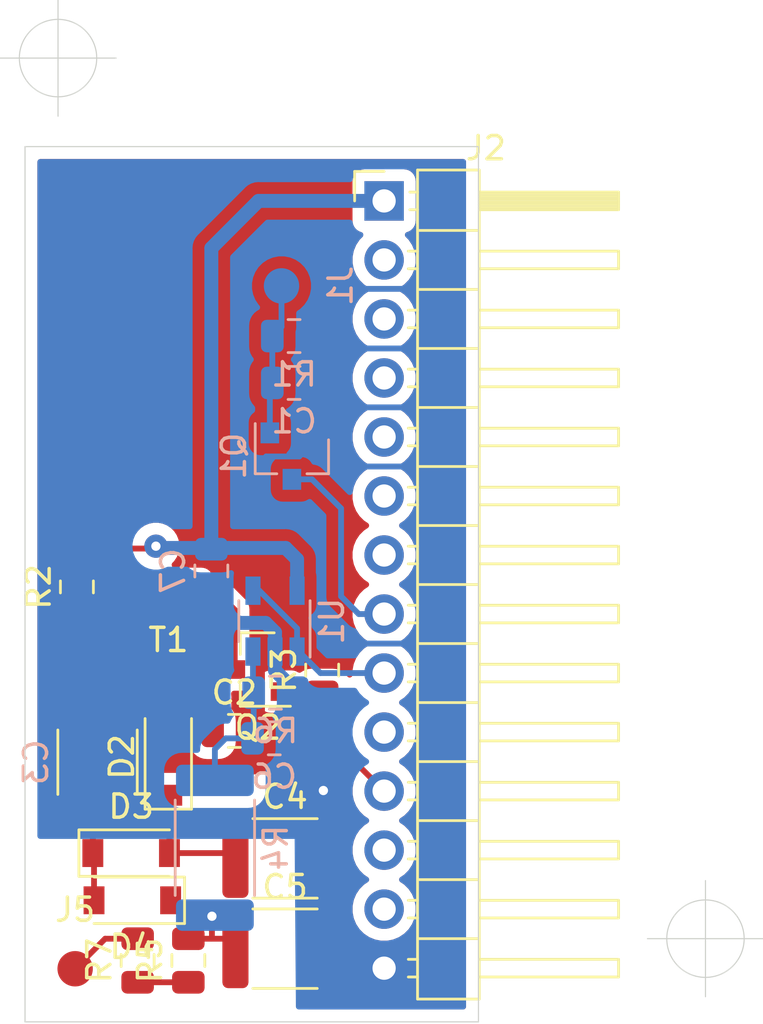
<source format=kicad_pcb>
(kicad_pcb (version 20171130) (host pcbnew 5.1.9+dfsg1-1)

  (general
    (thickness 1.6)
    (drawings 6)
    (tracks 128)
    (zones 0)
    (modules 24)
    (nets 16)
  )

  (page A4 portrait)
  (layers
    (0 F.Cu signal)
    (31 B.Cu signal)
    (32 B.Adhes user)
    (33 F.Adhes user)
    (34 B.Paste user)
    (35 F.Paste user)
    (36 B.SilkS user hide)
    (37 F.SilkS user)
    (38 B.Mask user hide)
    (39 F.Mask user hide)
    (40 Dwgs.User user hide)
    (41 Cmts.User user hide)
    (42 Eco1.User user hide)
    (43 Eco2.User user hide)
    (44 Edge.Cuts user)
    (45 Margin user hide)
    (46 B.CrtYd user hide)
    (47 F.CrtYd user hide)
    (48 B.Fab user hide)
    (49 F.Fab user hide)
  )

  (setup
    (last_trace_width 0.25)
    (trace_clearance 0.2)
    (zone_clearance 0.508)
    (zone_45_only no)
    (trace_min 0.2)
    (via_size 0.8)
    (via_drill 0.4)
    (via_min_size 0.4)
    (via_min_drill 0.3)
    (uvia_size 0.3)
    (uvia_drill 0.1)
    (uvias_allowed no)
    (uvia_min_size 0.2)
    (uvia_min_drill 0.1)
    (edge_width 0.05)
    (segment_width 0.2)
    (pcb_text_width 0.3)
    (pcb_text_size 1.5 1.5)
    (mod_edge_width 0.12)
    (mod_text_size 1 1)
    (mod_text_width 0.15)
    (pad_size 1.524 1.524)
    (pad_drill 0.762)
    (pad_to_mask_clearance 0)
    (aux_axis_origin 0 0)
    (visible_elements FFFFFF7F)
    (pcbplotparams
      (layerselection 0x010fc_ffffffff)
      (usegerberextensions false)
      (usegerberattributes true)
      (usegerberadvancedattributes true)
      (creategerberjobfile true)
      (excludeedgelayer true)
      (linewidth 0.100000)
      (plotframeref false)
      (viasonmask false)
      (mode 1)
      (useauxorigin false)
      (hpglpennumber 1)
      (hpglpenspeed 20)
      (hpglpendiameter 15.000000)
      (psnegative false)
      (psa4output false)
      (plotreference true)
      (plotvalue true)
      (plotinvisibletext false)
      (padsonsilk false)
      (subtractmaskfromsilk false)
      (outputformat 1)
      (mirror false)
      (drillshape 1)
      (scaleselection 1)
      (outputdirectory ""))
  )

  (net 0 "")
  (net 1 "Net-(C1-Pad1)")
  (net 2 "Net-(C2-Pad1)")
  (net 3 "Net-(C3-Pad2)")
  (net 4 "Net-(C3-Pad1)")
  (net 5 "Net-(C4-Pad1)")
  (net 6 "Net-(C5-Pad1)")
  (net 7 "Net-(C6-Pad1)")
  (net 8 "Net-(J5-Pad1)")
  (net 9 "Net-(Q2-Pad3)")
  (net 10 "Net-(R5-Pad1)")
  (net 11 GND)
  (net 12 +3V3)
  (net 13 "Net-(J2-Pad8)")
  (net 14 "Net-(J2-Pad11)")
  (net 15 "Net-(J2-Pad9)")

  (net_class Default "This is the default net class."
    (clearance 0.2)
    (trace_width 0.25)
    (via_dia 0.8)
    (via_drill 0.4)
    (uvia_dia 0.3)
    (uvia_drill 0.1)
    (add_net +3V3)
    (add_net GND)
    (add_net "Net-(C1-Pad1)")
    (add_net "Net-(C2-Pad1)")
    (add_net "Net-(C3-Pad1)")
    (add_net "Net-(C3-Pad2)")
    (add_net "Net-(C4-Pad1)")
    (add_net "Net-(C5-Pad1)")
    (add_net "Net-(C6-Pad1)")
    (add_net "Net-(J2-Pad11)")
    (add_net "Net-(J2-Pad8)")
    (add_net "Net-(J2-Pad9)")
    (add_net "Net-(J5-Pad1)")
    (add_net "Net-(Q2-Pad3)")
    (add_net "Net-(R5-Pad1)")
  )

  (module Connector_PinHeader_2.54mm:PinHeader_1x14_P2.54mm_Horizontal (layer F.Cu) (tedit 59FED5CB) (tstamp 61C090E4)
    (at 43.434 49.6316)
    (descr "Through hole angled pin header, 1x14, 2.54mm pitch, 6mm pin length, single row")
    (tags "Through hole angled pin header THT 1x14 2.54mm single row")
    (path /61C0A975)
    (fp_text reference J2 (at 4.385 -2.27) (layer F.SilkS)
      (effects (font (size 1 1) (thickness 0.15)))
    )
    (fp_text value Conn_01x14 (at 4.385 35.29) (layer F.Fab)
      (effects (font (size 1 1) (thickness 0.15)))
    )
    (fp_line (start 2.135 -1.27) (end 4.04 -1.27) (layer F.Fab) (width 0.1))
    (fp_line (start 4.04 -1.27) (end 4.04 34.29) (layer F.Fab) (width 0.1))
    (fp_line (start 4.04 34.29) (end 1.5 34.29) (layer F.Fab) (width 0.1))
    (fp_line (start 1.5 34.29) (end 1.5 -0.635) (layer F.Fab) (width 0.1))
    (fp_line (start 1.5 -0.635) (end 2.135 -1.27) (layer F.Fab) (width 0.1))
    (fp_line (start -0.32 -0.32) (end 1.5 -0.32) (layer F.Fab) (width 0.1))
    (fp_line (start -0.32 -0.32) (end -0.32 0.32) (layer F.Fab) (width 0.1))
    (fp_line (start -0.32 0.32) (end 1.5 0.32) (layer F.Fab) (width 0.1))
    (fp_line (start 4.04 -0.32) (end 10.04 -0.32) (layer F.Fab) (width 0.1))
    (fp_line (start 10.04 -0.32) (end 10.04 0.32) (layer F.Fab) (width 0.1))
    (fp_line (start 4.04 0.32) (end 10.04 0.32) (layer F.Fab) (width 0.1))
    (fp_line (start -0.32 2.22) (end 1.5 2.22) (layer F.Fab) (width 0.1))
    (fp_line (start -0.32 2.22) (end -0.32 2.86) (layer F.Fab) (width 0.1))
    (fp_line (start -0.32 2.86) (end 1.5 2.86) (layer F.Fab) (width 0.1))
    (fp_line (start 4.04 2.22) (end 10.04 2.22) (layer F.Fab) (width 0.1))
    (fp_line (start 10.04 2.22) (end 10.04 2.86) (layer F.Fab) (width 0.1))
    (fp_line (start 4.04 2.86) (end 10.04 2.86) (layer F.Fab) (width 0.1))
    (fp_line (start -0.32 4.76) (end 1.5 4.76) (layer F.Fab) (width 0.1))
    (fp_line (start -0.32 4.76) (end -0.32 5.4) (layer F.Fab) (width 0.1))
    (fp_line (start -0.32 5.4) (end 1.5 5.4) (layer F.Fab) (width 0.1))
    (fp_line (start 4.04 4.76) (end 10.04 4.76) (layer F.Fab) (width 0.1))
    (fp_line (start 10.04 4.76) (end 10.04 5.4) (layer F.Fab) (width 0.1))
    (fp_line (start 4.04 5.4) (end 10.04 5.4) (layer F.Fab) (width 0.1))
    (fp_line (start -0.32 7.3) (end 1.5 7.3) (layer F.Fab) (width 0.1))
    (fp_line (start -0.32 7.3) (end -0.32 7.94) (layer F.Fab) (width 0.1))
    (fp_line (start -0.32 7.94) (end 1.5 7.94) (layer F.Fab) (width 0.1))
    (fp_line (start 4.04 7.3) (end 10.04 7.3) (layer F.Fab) (width 0.1))
    (fp_line (start 10.04 7.3) (end 10.04 7.94) (layer F.Fab) (width 0.1))
    (fp_line (start 4.04 7.94) (end 10.04 7.94) (layer F.Fab) (width 0.1))
    (fp_line (start -0.32 9.84) (end 1.5 9.84) (layer F.Fab) (width 0.1))
    (fp_line (start -0.32 9.84) (end -0.32 10.48) (layer F.Fab) (width 0.1))
    (fp_line (start -0.32 10.48) (end 1.5 10.48) (layer F.Fab) (width 0.1))
    (fp_line (start 4.04 9.84) (end 10.04 9.84) (layer F.Fab) (width 0.1))
    (fp_line (start 10.04 9.84) (end 10.04 10.48) (layer F.Fab) (width 0.1))
    (fp_line (start 4.04 10.48) (end 10.04 10.48) (layer F.Fab) (width 0.1))
    (fp_line (start -0.32 12.38) (end 1.5 12.38) (layer F.Fab) (width 0.1))
    (fp_line (start -0.32 12.38) (end -0.32 13.02) (layer F.Fab) (width 0.1))
    (fp_line (start -0.32 13.02) (end 1.5 13.02) (layer F.Fab) (width 0.1))
    (fp_line (start 4.04 12.38) (end 10.04 12.38) (layer F.Fab) (width 0.1))
    (fp_line (start 10.04 12.38) (end 10.04 13.02) (layer F.Fab) (width 0.1))
    (fp_line (start 4.04 13.02) (end 10.04 13.02) (layer F.Fab) (width 0.1))
    (fp_line (start -0.32 14.92) (end 1.5 14.92) (layer F.Fab) (width 0.1))
    (fp_line (start -0.32 14.92) (end -0.32 15.56) (layer F.Fab) (width 0.1))
    (fp_line (start -0.32 15.56) (end 1.5 15.56) (layer F.Fab) (width 0.1))
    (fp_line (start 4.04 14.92) (end 10.04 14.92) (layer F.Fab) (width 0.1))
    (fp_line (start 10.04 14.92) (end 10.04 15.56) (layer F.Fab) (width 0.1))
    (fp_line (start 4.04 15.56) (end 10.04 15.56) (layer F.Fab) (width 0.1))
    (fp_line (start -0.32 17.46) (end 1.5 17.46) (layer F.Fab) (width 0.1))
    (fp_line (start -0.32 17.46) (end -0.32 18.1) (layer F.Fab) (width 0.1))
    (fp_line (start -0.32 18.1) (end 1.5 18.1) (layer F.Fab) (width 0.1))
    (fp_line (start 4.04 17.46) (end 10.04 17.46) (layer F.Fab) (width 0.1))
    (fp_line (start 10.04 17.46) (end 10.04 18.1) (layer F.Fab) (width 0.1))
    (fp_line (start 4.04 18.1) (end 10.04 18.1) (layer F.Fab) (width 0.1))
    (fp_line (start -0.32 20) (end 1.5 20) (layer F.Fab) (width 0.1))
    (fp_line (start -0.32 20) (end -0.32 20.64) (layer F.Fab) (width 0.1))
    (fp_line (start -0.32 20.64) (end 1.5 20.64) (layer F.Fab) (width 0.1))
    (fp_line (start 4.04 20) (end 10.04 20) (layer F.Fab) (width 0.1))
    (fp_line (start 10.04 20) (end 10.04 20.64) (layer F.Fab) (width 0.1))
    (fp_line (start 4.04 20.64) (end 10.04 20.64) (layer F.Fab) (width 0.1))
    (fp_line (start -0.32 22.54) (end 1.5 22.54) (layer F.Fab) (width 0.1))
    (fp_line (start -0.32 22.54) (end -0.32 23.18) (layer F.Fab) (width 0.1))
    (fp_line (start -0.32 23.18) (end 1.5 23.18) (layer F.Fab) (width 0.1))
    (fp_line (start 4.04 22.54) (end 10.04 22.54) (layer F.Fab) (width 0.1))
    (fp_line (start 10.04 22.54) (end 10.04 23.18) (layer F.Fab) (width 0.1))
    (fp_line (start 4.04 23.18) (end 10.04 23.18) (layer F.Fab) (width 0.1))
    (fp_line (start -0.32 25.08) (end 1.5 25.08) (layer F.Fab) (width 0.1))
    (fp_line (start -0.32 25.08) (end -0.32 25.72) (layer F.Fab) (width 0.1))
    (fp_line (start -0.32 25.72) (end 1.5 25.72) (layer F.Fab) (width 0.1))
    (fp_line (start 4.04 25.08) (end 10.04 25.08) (layer F.Fab) (width 0.1))
    (fp_line (start 10.04 25.08) (end 10.04 25.72) (layer F.Fab) (width 0.1))
    (fp_line (start 4.04 25.72) (end 10.04 25.72) (layer F.Fab) (width 0.1))
    (fp_line (start -0.32 27.62) (end 1.5 27.62) (layer F.Fab) (width 0.1))
    (fp_line (start -0.32 27.62) (end -0.32 28.26) (layer F.Fab) (width 0.1))
    (fp_line (start -0.32 28.26) (end 1.5 28.26) (layer F.Fab) (width 0.1))
    (fp_line (start 4.04 27.62) (end 10.04 27.62) (layer F.Fab) (width 0.1))
    (fp_line (start 10.04 27.62) (end 10.04 28.26) (layer F.Fab) (width 0.1))
    (fp_line (start 4.04 28.26) (end 10.04 28.26) (layer F.Fab) (width 0.1))
    (fp_line (start -0.32 30.16) (end 1.5 30.16) (layer F.Fab) (width 0.1))
    (fp_line (start -0.32 30.16) (end -0.32 30.8) (layer F.Fab) (width 0.1))
    (fp_line (start -0.32 30.8) (end 1.5 30.8) (layer F.Fab) (width 0.1))
    (fp_line (start 4.04 30.16) (end 10.04 30.16) (layer F.Fab) (width 0.1))
    (fp_line (start 10.04 30.16) (end 10.04 30.8) (layer F.Fab) (width 0.1))
    (fp_line (start 4.04 30.8) (end 10.04 30.8) (layer F.Fab) (width 0.1))
    (fp_line (start -0.32 32.7) (end 1.5 32.7) (layer F.Fab) (width 0.1))
    (fp_line (start -0.32 32.7) (end -0.32 33.34) (layer F.Fab) (width 0.1))
    (fp_line (start -0.32 33.34) (end 1.5 33.34) (layer F.Fab) (width 0.1))
    (fp_line (start 4.04 32.7) (end 10.04 32.7) (layer F.Fab) (width 0.1))
    (fp_line (start 10.04 32.7) (end 10.04 33.34) (layer F.Fab) (width 0.1))
    (fp_line (start 4.04 33.34) (end 10.04 33.34) (layer F.Fab) (width 0.1))
    (fp_line (start 1.44 -1.33) (end 1.44 34.35) (layer F.SilkS) (width 0.12))
    (fp_line (start 1.44 34.35) (end 4.1 34.35) (layer F.SilkS) (width 0.12))
    (fp_line (start 4.1 34.35) (end 4.1 -1.33) (layer F.SilkS) (width 0.12))
    (fp_line (start 4.1 -1.33) (end 1.44 -1.33) (layer F.SilkS) (width 0.12))
    (fp_line (start 4.1 -0.38) (end 10.1 -0.38) (layer F.SilkS) (width 0.12))
    (fp_line (start 10.1 -0.38) (end 10.1 0.38) (layer F.SilkS) (width 0.12))
    (fp_line (start 10.1 0.38) (end 4.1 0.38) (layer F.SilkS) (width 0.12))
    (fp_line (start 4.1 -0.32) (end 10.1 -0.32) (layer F.SilkS) (width 0.12))
    (fp_line (start 4.1 -0.2) (end 10.1 -0.2) (layer F.SilkS) (width 0.12))
    (fp_line (start 4.1 -0.08) (end 10.1 -0.08) (layer F.SilkS) (width 0.12))
    (fp_line (start 4.1 0.04) (end 10.1 0.04) (layer F.SilkS) (width 0.12))
    (fp_line (start 4.1 0.16) (end 10.1 0.16) (layer F.SilkS) (width 0.12))
    (fp_line (start 4.1 0.28) (end 10.1 0.28) (layer F.SilkS) (width 0.12))
    (fp_line (start 1.11 -0.38) (end 1.44 -0.38) (layer F.SilkS) (width 0.12))
    (fp_line (start 1.11 0.38) (end 1.44 0.38) (layer F.SilkS) (width 0.12))
    (fp_line (start 1.44 1.27) (end 4.1 1.27) (layer F.SilkS) (width 0.12))
    (fp_line (start 4.1 2.16) (end 10.1 2.16) (layer F.SilkS) (width 0.12))
    (fp_line (start 10.1 2.16) (end 10.1 2.92) (layer F.SilkS) (width 0.12))
    (fp_line (start 10.1 2.92) (end 4.1 2.92) (layer F.SilkS) (width 0.12))
    (fp_line (start 1.042929 2.16) (end 1.44 2.16) (layer F.SilkS) (width 0.12))
    (fp_line (start 1.042929 2.92) (end 1.44 2.92) (layer F.SilkS) (width 0.12))
    (fp_line (start 1.44 3.81) (end 4.1 3.81) (layer F.SilkS) (width 0.12))
    (fp_line (start 4.1 4.7) (end 10.1 4.7) (layer F.SilkS) (width 0.12))
    (fp_line (start 10.1 4.7) (end 10.1 5.46) (layer F.SilkS) (width 0.12))
    (fp_line (start 10.1 5.46) (end 4.1 5.46) (layer F.SilkS) (width 0.12))
    (fp_line (start 1.042929 4.7) (end 1.44 4.7) (layer F.SilkS) (width 0.12))
    (fp_line (start 1.042929 5.46) (end 1.44 5.46) (layer F.SilkS) (width 0.12))
    (fp_line (start 1.44 6.35) (end 4.1 6.35) (layer F.SilkS) (width 0.12))
    (fp_line (start 4.1 7.24) (end 10.1 7.24) (layer F.SilkS) (width 0.12))
    (fp_line (start 10.1 7.24) (end 10.1 8) (layer F.SilkS) (width 0.12))
    (fp_line (start 10.1 8) (end 4.1 8) (layer F.SilkS) (width 0.12))
    (fp_line (start 1.042929 7.24) (end 1.44 7.24) (layer F.SilkS) (width 0.12))
    (fp_line (start 1.042929 8) (end 1.44 8) (layer F.SilkS) (width 0.12))
    (fp_line (start 1.44 8.89) (end 4.1 8.89) (layer F.SilkS) (width 0.12))
    (fp_line (start 4.1 9.78) (end 10.1 9.78) (layer F.SilkS) (width 0.12))
    (fp_line (start 10.1 9.78) (end 10.1 10.54) (layer F.SilkS) (width 0.12))
    (fp_line (start 10.1 10.54) (end 4.1 10.54) (layer F.SilkS) (width 0.12))
    (fp_line (start 1.042929 9.78) (end 1.44 9.78) (layer F.SilkS) (width 0.12))
    (fp_line (start 1.042929 10.54) (end 1.44 10.54) (layer F.SilkS) (width 0.12))
    (fp_line (start 1.44 11.43) (end 4.1 11.43) (layer F.SilkS) (width 0.12))
    (fp_line (start 4.1 12.32) (end 10.1 12.32) (layer F.SilkS) (width 0.12))
    (fp_line (start 10.1 12.32) (end 10.1 13.08) (layer F.SilkS) (width 0.12))
    (fp_line (start 10.1 13.08) (end 4.1 13.08) (layer F.SilkS) (width 0.12))
    (fp_line (start 1.042929 12.32) (end 1.44 12.32) (layer F.SilkS) (width 0.12))
    (fp_line (start 1.042929 13.08) (end 1.44 13.08) (layer F.SilkS) (width 0.12))
    (fp_line (start 1.44 13.97) (end 4.1 13.97) (layer F.SilkS) (width 0.12))
    (fp_line (start 4.1 14.86) (end 10.1 14.86) (layer F.SilkS) (width 0.12))
    (fp_line (start 10.1 14.86) (end 10.1 15.62) (layer F.SilkS) (width 0.12))
    (fp_line (start 10.1 15.62) (end 4.1 15.62) (layer F.SilkS) (width 0.12))
    (fp_line (start 1.042929 14.86) (end 1.44 14.86) (layer F.SilkS) (width 0.12))
    (fp_line (start 1.042929 15.62) (end 1.44 15.62) (layer F.SilkS) (width 0.12))
    (fp_line (start 1.44 16.51) (end 4.1 16.51) (layer F.SilkS) (width 0.12))
    (fp_line (start 4.1 17.4) (end 10.1 17.4) (layer F.SilkS) (width 0.12))
    (fp_line (start 10.1 17.4) (end 10.1 18.16) (layer F.SilkS) (width 0.12))
    (fp_line (start 10.1 18.16) (end 4.1 18.16) (layer F.SilkS) (width 0.12))
    (fp_line (start 1.042929 17.4) (end 1.44 17.4) (layer F.SilkS) (width 0.12))
    (fp_line (start 1.042929 18.16) (end 1.44 18.16) (layer F.SilkS) (width 0.12))
    (fp_line (start 1.44 19.05) (end 4.1 19.05) (layer F.SilkS) (width 0.12))
    (fp_line (start 4.1 19.94) (end 10.1 19.94) (layer F.SilkS) (width 0.12))
    (fp_line (start 10.1 19.94) (end 10.1 20.7) (layer F.SilkS) (width 0.12))
    (fp_line (start 10.1 20.7) (end 4.1 20.7) (layer F.SilkS) (width 0.12))
    (fp_line (start 1.042929 19.94) (end 1.44 19.94) (layer F.SilkS) (width 0.12))
    (fp_line (start 1.042929 20.7) (end 1.44 20.7) (layer F.SilkS) (width 0.12))
    (fp_line (start 1.44 21.59) (end 4.1 21.59) (layer F.SilkS) (width 0.12))
    (fp_line (start 4.1 22.48) (end 10.1 22.48) (layer F.SilkS) (width 0.12))
    (fp_line (start 10.1 22.48) (end 10.1 23.24) (layer F.SilkS) (width 0.12))
    (fp_line (start 10.1 23.24) (end 4.1 23.24) (layer F.SilkS) (width 0.12))
    (fp_line (start 1.042929 22.48) (end 1.44 22.48) (layer F.SilkS) (width 0.12))
    (fp_line (start 1.042929 23.24) (end 1.44 23.24) (layer F.SilkS) (width 0.12))
    (fp_line (start 1.44 24.13) (end 4.1 24.13) (layer F.SilkS) (width 0.12))
    (fp_line (start 4.1 25.02) (end 10.1 25.02) (layer F.SilkS) (width 0.12))
    (fp_line (start 10.1 25.02) (end 10.1 25.78) (layer F.SilkS) (width 0.12))
    (fp_line (start 10.1 25.78) (end 4.1 25.78) (layer F.SilkS) (width 0.12))
    (fp_line (start 1.042929 25.02) (end 1.44 25.02) (layer F.SilkS) (width 0.12))
    (fp_line (start 1.042929 25.78) (end 1.44 25.78) (layer F.SilkS) (width 0.12))
    (fp_line (start 1.44 26.67) (end 4.1 26.67) (layer F.SilkS) (width 0.12))
    (fp_line (start 4.1 27.56) (end 10.1 27.56) (layer F.SilkS) (width 0.12))
    (fp_line (start 10.1 27.56) (end 10.1 28.32) (layer F.SilkS) (width 0.12))
    (fp_line (start 10.1 28.32) (end 4.1 28.32) (layer F.SilkS) (width 0.12))
    (fp_line (start 1.042929 27.56) (end 1.44 27.56) (layer F.SilkS) (width 0.12))
    (fp_line (start 1.042929 28.32) (end 1.44 28.32) (layer F.SilkS) (width 0.12))
    (fp_line (start 1.44 29.21) (end 4.1 29.21) (layer F.SilkS) (width 0.12))
    (fp_line (start 4.1 30.1) (end 10.1 30.1) (layer F.SilkS) (width 0.12))
    (fp_line (start 10.1 30.1) (end 10.1 30.86) (layer F.SilkS) (width 0.12))
    (fp_line (start 10.1 30.86) (end 4.1 30.86) (layer F.SilkS) (width 0.12))
    (fp_line (start 1.042929 30.1) (end 1.44 30.1) (layer F.SilkS) (width 0.12))
    (fp_line (start 1.042929 30.86) (end 1.44 30.86) (layer F.SilkS) (width 0.12))
    (fp_line (start 1.44 31.75) (end 4.1 31.75) (layer F.SilkS) (width 0.12))
    (fp_line (start 4.1 32.64) (end 10.1 32.64) (layer F.SilkS) (width 0.12))
    (fp_line (start 10.1 32.64) (end 10.1 33.4) (layer F.SilkS) (width 0.12))
    (fp_line (start 10.1 33.4) (end 4.1 33.4) (layer F.SilkS) (width 0.12))
    (fp_line (start 1.042929 32.64) (end 1.44 32.64) (layer F.SilkS) (width 0.12))
    (fp_line (start 1.042929 33.4) (end 1.44 33.4) (layer F.SilkS) (width 0.12))
    (fp_line (start -1.27 0) (end -1.27 -1.27) (layer F.SilkS) (width 0.12))
    (fp_line (start -1.27 -1.27) (end 0 -1.27) (layer F.SilkS) (width 0.12))
    (fp_line (start -1.8 -1.8) (end -1.8 34.8) (layer F.CrtYd) (width 0.05))
    (fp_line (start -1.8 34.8) (end 10.55 34.8) (layer F.CrtYd) (width 0.05))
    (fp_line (start 10.55 34.8) (end 10.55 -1.8) (layer F.CrtYd) (width 0.05))
    (fp_line (start 10.55 -1.8) (end -1.8 -1.8) (layer F.CrtYd) (width 0.05))
    (fp_text user %R (at 2.77 16.51 90) (layer F.Fab)
      (effects (font (size 1 1) (thickness 0.15)))
    )
    (pad 14 thru_hole oval (at 0 33.02) (size 1.7 1.7) (drill 1) (layers *.Cu *.Mask)
      (net 11 GND))
    (pad 13 thru_hole oval (at 0 30.48) (size 1.7 1.7) (drill 1) (layers *.Cu *.Mask))
    (pad 12 thru_hole oval (at 0 27.94) (size 1.7 1.7) (drill 1) (layers *.Cu *.Mask))
    (pad 11 thru_hole oval (at 0 25.4) (size 1.7 1.7) (drill 1) (layers *.Cu *.Mask)
      (net 14 "Net-(J2-Pad11)"))
    (pad 10 thru_hole oval (at 0 22.86) (size 1.7 1.7) (drill 1) (layers *.Cu *.Mask))
    (pad 9 thru_hole oval (at 0 20.32) (size 1.7 1.7) (drill 1) (layers *.Cu *.Mask)
      (net 15 "Net-(J2-Pad9)"))
    (pad 8 thru_hole oval (at 0 17.78) (size 1.7 1.7) (drill 1) (layers *.Cu *.Mask)
      (net 13 "Net-(J2-Pad8)"))
    (pad 7 thru_hole oval (at 0 15.24) (size 1.7 1.7) (drill 1) (layers *.Cu *.Mask))
    (pad 6 thru_hole oval (at 0 12.7) (size 1.7 1.7) (drill 1) (layers *.Cu *.Mask))
    (pad 5 thru_hole oval (at 0 10.16) (size 1.7 1.7) (drill 1) (layers *.Cu *.Mask))
    (pad 4 thru_hole oval (at 0 7.62) (size 1.7 1.7) (drill 1) (layers *.Cu *.Mask))
    (pad 3 thru_hole oval (at 0 5.08) (size 1.7 1.7) (drill 1) (layers *.Cu *.Mask))
    (pad 2 thru_hole oval (at 0 2.54) (size 1.7 1.7) (drill 1) (layers *.Cu *.Mask))
    (pad 1 thru_hole rect (at 0 0) (size 1.7 1.7) (drill 1) (layers *.Cu *.Mask)
      (net 12 +3V3))
    (model ${KISYS3DMOD}/Connector_PinHeader_2.54mm.3dshapes/PinHeader_1x14_P2.54mm_Horizontal.wrl
      (at (xyz 0 0 0))
      (scale (xyz 1 1 1))
      (rotate (xyz 0 0 0))
    )
  )

  (module Package_TO_SOT_SMD:TSOT-23-5 (layer B.Cu) (tedit 5A02FF57) (tstamp 60DD8AA3)
    (at 38.735 67.7164 90)
    (descr "5-pin TSOT23 package, http://cds.linear.com/docs/en/packaging/SOT_5_05-08-1635.pdf")
    (tags TSOT-23-5)
    (path /60DF4337)
    (attr smd)
    (fp_text reference U1 (at 0 2.45 90) (layer B.SilkS)
      (effects (font (size 1 1) (thickness 0.15)) (justify mirror))
    )
    (fp_text value AD8541 (at 0 -2.5 90) (layer B.Fab)
      (effects (font (size 1 1) (thickness 0.15)) (justify mirror))
    )
    (fp_line (start 2.17 -1.7) (end -2.17 -1.7) (layer B.CrtYd) (width 0.05))
    (fp_line (start 2.17 -1.7) (end 2.17 1.7) (layer B.CrtYd) (width 0.05))
    (fp_line (start -2.17 1.7) (end -2.17 -1.7) (layer B.CrtYd) (width 0.05))
    (fp_line (start -2.17 1.7) (end 2.17 1.7) (layer B.CrtYd) (width 0.05))
    (fp_line (start 0.88 1.45) (end 0.88 -1.45) (layer B.Fab) (width 0.1))
    (fp_line (start 0.88 -1.45) (end -0.88 -1.45) (layer B.Fab) (width 0.1))
    (fp_line (start -0.88 1) (end -0.88 -1.45) (layer B.Fab) (width 0.1))
    (fp_line (start 0.88 1.45) (end -0.43 1.45) (layer B.Fab) (width 0.1))
    (fp_line (start -0.88 1) (end -0.43 1.45) (layer B.Fab) (width 0.1))
    (fp_line (start 0.88 1.51) (end -1.55 1.51) (layer B.SilkS) (width 0.12))
    (fp_line (start -0.88 -1.56) (end 0.88 -1.56) (layer B.SilkS) (width 0.12))
    (fp_text user %R (at 0 0 180) (layer B.Fab)
      (effects (font (size 0.5 0.5) (thickness 0.075)) (justify mirror))
    )
    (pad 5 smd rect (at 1.31 0.95 90) (size 1.22 0.65) (layers B.Cu B.Paste B.Mask)
      (net 12 +3V3))
    (pad 4 smd rect (at 1.31 -0.95 90) (size 1.22 0.65) (layers B.Cu B.Paste B.Mask)
      (net 15 "Net-(J2-Pad9)"))
    (pad 3 smd rect (at -1.31 -0.95 90) (size 1.22 0.65) (layers B.Cu B.Paste B.Mask)
      (net 7 "Net-(C6-Pad1)"))
    (pad 2 smd rect (at -1.31 0 90) (size 1.22 0.65) (layers B.Cu B.Paste B.Mask)
      (net 11 GND))
    (pad 1 smd rect (at -1.31 0.95 90) (size 1.22 0.65) (layers B.Cu B.Paste B.Mask)
      (net 15 "Net-(J2-Pad9)"))
    (model ${KISYS3DMOD}/Package_TO_SOT_SMD.3dshapes/TSOT-23-5.wrl
      (at (xyz 0 0 0))
      (scale (xyz 1 1 1))
      (rotate (xyz 0 0 0))
    )
  )

  (module My-library:B82801A1 (layer F.Cu) (tedit 5F9FF462) (tstamp 61A27B3E)
    (at 33.8328 68.326)
    (path /60DDAB98)
    (fp_text reference T1 (at 0.31 0.2) (layer F.SilkS)
      (effects (font (size 1 1) (thickness 0.15)))
    )
    (fp_text value B82801A150 (at 0.5 -3.45) (layer F.Fab)
      (effects (font (size 1 1) (thickness 0.15)))
    )
    (fp_line (start -2.55 -2.4) (end 1.78 -2.4) (layer F.Fab) (width 0.15))
    (fp_line (start -2.55 2.41) (end -2.55 -2.4) (layer F.Fab) (width 0.15))
    (fp_line (start 1.76 2.41) (end -2.55 2.41) (layer F.Fab) (width 0.15))
    (fp_line (start 1.78 -2.4) (end 1.76 2.41) (layer F.Fab) (width 0.15))
    (pad 4 smd rect (at 1.175 1.8) (size 1.1 1.2) (layers F.Cu F.Paste F.Mask)
      (net 2 "Net-(C2-Pad1)"))
    (pad 3 smd rect (at 1.175 -1.8) (size 1.1 1.2) (layers F.Cu F.Paste F.Mask)
      (net 9 "Net-(Q2-Pad3)"))
    (pad 1 smd rect (at -1.175 1.8) (size 1.1 1.2) (layers F.Cu F.Paste F.Mask)
      (net 3 "Net-(C3-Pad2)"))
    (pad 2 smd rect (at -1.175 -1.8) (size 1.1 1.2) (layers F.Cu F.Paste F.Mask)
      (net 9 "Net-(Q2-Pad3)"))
  )

  (module Resistor_SMD:R_0805_2012Metric (layer F.Cu) (tedit 5B36C52B) (tstamp 60DDB865)
    (at 32.8168 82.3214 90)
    (descr "Resistor SMD 0805 (2012 Metric), square (rectangular) end terminal, IPC_7351 nominal, (Body size source: https://docs.google.com/spreadsheets/d/1BsfQQcO9C6DZCsRaXUlFlo91Tg2WpOkGARC1WS5S8t0/edit?usp=sharing), generated with kicad-footprint-generator")
    (tags resistor)
    (path /60E29067)
    (attr smd)
    (fp_text reference R7 (at 0 -1.65 90) (layer F.SilkS)
      (effects (font (size 1 1) (thickness 0.15)))
    )
    (fp_text value 4.7M (at 0 1.65 90) (layer F.Fab)
      (effects (font (size 1 1) (thickness 0.15)))
    )
    (fp_line (start 1.68 0.95) (end -1.68 0.95) (layer F.CrtYd) (width 0.05))
    (fp_line (start 1.68 -0.95) (end 1.68 0.95) (layer F.CrtYd) (width 0.05))
    (fp_line (start -1.68 -0.95) (end 1.68 -0.95) (layer F.CrtYd) (width 0.05))
    (fp_line (start -1.68 0.95) (end -1.68 -0.95) (layer F.CrtYd) (width 0.05))
    (fp_line (start -0.258578 0.71) (end 0.258578 0.71) (layer F.SilkS) (width 0.12))
    (fp_line (start -0.258578 -0.71) (end 0.258578 -0.71) (layer F.SilkS) (width 0.12))
    (fp_line (start 1 0.6) (end -1 0.6) (layer F.Fab) (width 0.1))
    (fp_line (start 1 -0.6) (end 1 0.6) (layer F.Fab) (width 0.1))
    (fp_line (start -1 -0.6) (end 1 -0.6) (layer F.Fab) (width 0.1))
    (fp_line (start -1 0.6) (end -1 -0.6) (layer F.Fab) (width 0.1))
    (fp_text user %R (at 0 0 90) (layer F.Fab)
      (effects (font (size 0.5 0.5) (thickness 0.08)))
    )
    (pad 2 smd roundrect (at 0.9375 0 90) (size 0.975 1.4) (layers F.Cu F.Paste F.Mask) (roundrect_rratio 0.25)
      (net 8 "Net-(J5-Pad1)"))
    (pad 1 smd roundrect (at -0.9375 0 90) (size 0.975 1.4) (layers F.Cu F.Paste F.Mask) (roundrect_rratio 0.25)
      (net 10 "Net-(R5-Pad1)"))
    (model ${KISYS3DMOD}/Resistor_SMD.3dshapes/R_0805_2012Metric.wrl
      (at (xyz 0 0 0))
      (scale (xyz 1 1 1))
      (rotate (xyz 0 0 0))
    )
  )

  (module Resistor_SMD:R_0805_2012Metric (layer B.Cu) (tedit 5B36C52B) (tstamp 61A28335)
    (at 38.75302 70.79488)
    (descr "Resistor SMD 0805 (2012 Metric), square (rectangular) end terminal, IPC_7351 nominal, (Body size source: https://docs.google.com/spreadsheets/d/1BsfQQcO9C6DZCsRaXUlFlo91Tg2WpOkGARC1WS5S8t0/edit?usp=sharing), generated with kicad-footprint-generator")
    (tags resistor)
    (path /60E0C68E)
    (attr smd)
    (fp_text reference R6 (at 0 1.65) (layer B.SilkS)
      (effects (font (size 1 1) (thickness 0.15)) (justify mirror))
    )
    (fp_text value 10M (at 0 -1.65) (layer B.Fab)
      (effects (font (size 1 1) (thickness 0.15)) (justify mirror))
    )
    (fp_line (start 1.68 -0.95) (end -1.68 -0.95) (layer B.CrtYd) (width 0.05))
    (fp_line (start 1.68 0.95) (end 1.68 -0.95) (layer B.CrtYd) (width 0.05))
    (fp_line (start -1.68 0.95) (end 1.68 0.95) (layer B.CrtYd) (width 0.05))
    (fp_line (start -1.68 -0.95) (end -1.68 0.95) (layer B.CrtYd) (width 0.05))
    (fp_line (start -0.258578 -0.71) (end 0.258578 -0.71) (layer B.SilkS) (width 0.12))
    (fp_line (start -0.258578 0.71) (end 0.258578 0.71) (layer B.SilkS) (width 0.12))
    (fp_line (start 1 -0.6) (end -1 -0.6) (layer B.Fab) (width 0.1))
    (fp_line (start 1 0.6) (end 1 -0.6) (layer B.Fab) (width 0.1))
    (fp_line (start -1 0.6) (end 1 0.6) (layer B.Fab) (width 0.1))
    (fp_line (start -1 -0.6) (end -1 0.6) (layer B.Fab) (width 0.1))
    (fp_text user %R (at 0 0) (layer B.Fab)
      (effects (font (size 0.5 0.5) (thickness 0.08)) (justify mirror))
    )
    (pad 2 smd roundrect (at 0.9375 0) (size 0.975 1.4) (layers B.Cu B.Paste B.Mask) (roundrect_rratio 0.25)
      (net 11 GND))
    (pad 1 smd roundrect (at -0.9375 0) (size 0.975 1.4) (layers B.Cu B.Paste B.Mask) (roundrect_rratio 0.25)
      (net 7 "Net-(C6-Pad1)"))
    (model ${KISYS3DMOD}/Resistor_SMD.3dshapes/R_0805_2012Metric.wrl
      (at (xyz 0 0 0))
      (scale (xyz 1 1 1))
      (rotate (xyz 0 0 0))
    )
  )

  (module Resistor_SMD:R_0805_2012Metric (layer F.Cu) (tedit 5B36C52B) (tstamp 60DDB61C)
    (at 35.0012 82.3214 90)
    (descr "Resistor SMD 0805 (2012 Metric), square (rectangular) end terminal, IPC_7351 nominal, (Body size source: https://docs.google.com/spreadsheets/d/1BsfQQcO9C6DZCsRaXUlFlo91Tg2WpOkGARC1WS5S8t0/edit?usp=sharing), generated with kicad-footprint-generator")
    (tags resistor)
    (path /60E28A80)
    (attr smd)
    (fp_text reference R5 (at 0 -1.65 270) (layer F.SilkS)
      (effects (font (size 1 1) (thickness 0.15)))
    )
    (fp_text value 4.7M (at 0 1.65 270) (layer F.Fab)
      (effects (font (size 1 1) (thickness 0.15)))
    )
    (fp_line (start 1.68 0.95) (end -1.68 0.95) (layer F.CrtYd) (width 0.05))
    (fp_line (start 1.68 -0.95) (end 1.68 0.95) (layer F.CrtYd) (width 0.05))
    (fp_line (start -1.68 -0.95) (end 1.68 -0.95) (layer F.CrtYd) (width 0.05))
    (fp_line (start -1.68 0.95) (end -1.68 -0.95) (layer F.CrtYd) (width 0.05))
    (fp_line (start -0.258578 0.71) (end 0.258578 0.71) (layer F.SilkS) (width 0.12))
    (fp_line (start -0.258578 -0.71) (end 0.258578 -0.71) (layer F.SilkS) (width 0.12))
    (fp_line (start 1 0.6) (end -1 0.6) (layer F.Fab) (width 0.1))
    (fp_line (start 1 -0.6) (end 1 0.6) (layer F.Fab) (width 0.1))
    (fp_line (start -1 -0.6) (end 1 -0.6) (layer F.Fab) (width 0.1))
    (fp_line (start -1 0.6) (end -1 -0.6) (layer F.Fab) (width 0.1))
    (fp_text user %R (at 0 0 270) (layer F.Fab)
      (effects (font (size 0.5 0.5) (thickness 0.08)))
    )
    (pad 2 smd roundrect (at 0.9375 0 90) (size 0.975 1.4) (layers F.Cu F.Paste F.Mask) (roundrect_rratio 0.25)
      (net 6 "Net-(C5-Pad1)"))
    (pad 1 smd roundrect (at -0.9375 0 90) (size 0.975 1.4) (layers F.Cu F.Paste F.Mask) (roundrect_rratio 0.25)
      (net 10 "Net-(R5-Pad1)"))
    (model ${KISYS3DMOD}/Resistor_SMD.3dshapes/R_0805_2012Metric.wrl
      (at (xyz 0 0 0))
      (scale (xyz 1 1 1))
      (rotate (xyz 0 0 0))
    )
  )

  (module Resistor_SMD:R_2512_6332Metric (layer B.Cu) (tedit 5B301BBD) (tstamp 60DD8F5B)
    (at 36.1442 77.47 90)
    (descr "Resistor SMD 2512 (6332 Metric), square (rectangular) end terminal, IPC_7351 nominal, (Body size source: http://www.tortai-tech.com/upload/download/2011102023233369053.pdf), generated with kicad-footprint-generator")
    (tags resistor)
    (path /60E0BE31)
    (attr smd)
    (fp_text reference R4 (at 0 2.62 90) (layer B.SilkS)
      (effects (font (size 1 1) (thickness 0.15)) (justify mirror))
    )
    (fp_text value 5G (at 0 -2.62 90) (layer B.Fab)
      (effects (font (size 1 1) (thickness 0.15)) (justify mirror))
    )
    (fp_line (start 3.82 -1.92) (end -3.82 -1.92) (layer B.CrtYd) (width 0.05))
    (fp_line (start 3.82 1.92) (end 3.82 -1.92) (layer B.CrtYd) (width 0.05))
    (fp_line (start -3.82 1.92) (end 3.82 1.92) (layer B.CrtYd) (width 0.05))
    (fp_line (start -3.82 -1.92) (end -3.82 1.92) (layer B.CrtYd) (width 0.05))
    (fp_line (start -2.052064 -1.71) (end 2.052064 -1.71) (layer B.SilkS) (width 0.12))
    (fp_line (start -2.052064 1.71) (end 2.052064 1.71) (layer B.SilkS) (width 0.12))
    (fp_line (start 3.15 -1.6) (end -3.15 -1.6) (layer B.Fab) (width 0.1))
    (fp_line (start 3.15 1.6) (end 3.15 -1.6) (layer B.Fab) (width 0.1))
    (fp_line (start -3.15 1.6) (end 3.15 1.6) (layer B.Fab) (width 0.1))
    (fp_line (start -3.15 -1.6) (end -3.15 1.6) (layer B.Fab) (width 0.1))
    (fp_text user %R (at 0 0 90) (layer B.Fab)
      (effects (font (size 1 1) (thickness 0.15)) (justify mirror))
    )
    (pad 2 smd roundrect (at 2.9 0 90) (size 1.35 3.35) (layers B.Cu B.Paste B.Mask) (roundrect_rratio 0.185185)
      (net 7 "Net-(C6-Pad1)"))
    (pad 1 smd roundrect (at -2.9 0 90) (size 1.35 3.35) (layers B.Cu B.Paste B.Mask) (roundrect_rratio 0.185185)
      (net 6 "Net-(C5-Pad1)"))
    (model ${KISYS3DMOD}/Resistor_SMD.3dshapes/R_2512_6332Metric.wrl
      (at (xyz 0 0 0))
      (scale (xyz 1 1 1))
      (rotate (xyz 0 0 0))
    )
  )

  (module Resistor_SMD:R_0805_2012Metric (layer F.Cu) (tedit 5B36C52B) (tstamp 60DDB730)
    (at 40.767 69.8246 90)
    (descr "Resistor SMD 0805 (2012 Metric), square (rectangular) end terminal, IPC_7351 nominal, (Body size source: https://docs.google.com/spreadsheets/d/1BsfQQcO9C6DZCsRaXUlFlo91Tg2WpOkGARC1WS5S8t0/edit?usp=sharing), generated with kicad-footprint-generator")
    (tags resistor)
    (path /60DDEBB2)
    (attr smd)
    (fp_text reference R3 (at 0 -1.65 -90) (layer F.SilkS)
      (effects (font (size 1 1) (thickness 0.15)))
    )
    (fp_text value 100k (at 0 1.65 -90) (layer F.Fab)
      (effects (font (size 1 1) (thickness 0.15)))
    )
    (fp_line (start 1.68 0.95) (end -1.68 0.95) (layer F.CrtYd) (width 0.05))
    (fp_line (start 1.68 -0.95) (end 1.68 0.95) (layer F.CrtYd) (width 0.05))
    (fp_line (start -1.68 -0.95) (end 1.68 -0.95) (layer F.CrtYd) (width 0.05))
    (fp_line (start -1.68 0.95) (end -1.68 -0.95) (layer F.CrtYd) (width 0.05))
    (fp_line (start -0.258578 0.71) (end 0.258578 0.71) (layer F.SilkS) (width 0.12))
    (fp_line (start -0.258578 -0.71) (end 0.258578 -0.71) (layer F.SilkS) (width 0.12))
    (fp_line (start 1 0.6) (end -1 0.6) (layer F.Fab) (width 0.1))
    (fp_line (start 1 -0.6) (end 1 0.6) (layer F.Fab) (width 0.1))
    (fp_line (start -1 -0.6) (end 1 -0.6) (layer F.Fab) (width 0.1))
    (fp_line (start -1 0.6) (end -1 -0.6) (layer F.Fab) (width 0.1))
    (fp_text user %R (at 0 0 -90) (layer F.Fab)
      (effects (font (size 0.5 0.5) (thickness 0.08)))
    )
    (pad 2 smd roundrect (at 0.9375 0 90) (size 0.975 1.4) (layers F.Cu F.Paste F.Mask) (roundrect_rratio 0.25)
      (net 11 GND))
    (pad 1 smd roundrect (at -0.9375 0 90) (size 0.975 1.4) (layers F.Cu F.Paste F.Mask) (roundrect_rratio 0.25)
      (net 14 "Net-(J2-Pad11)"))
    (model ${KISYS3DMOD}/Resistor_SMD.3dshapes/R_0805_2012Metric.wrl
      (at (xyz 0 0 0))
      (scale (xyz 1 1 1))
      (rotate (xyz 0 0 0))
    )
  )

  (module Resistor_SMD:R_0805_2012Metric (layer F.Cu) (tedit 5B36C52B) (tstamp 60DDB760)
    (at 30.2006 66.2432 90)
    (descr "Resistor SMD 0805 (2012 Metric), square (rectangular) end terminal, IPC_7351 nominal, (Body size source: https://docs.google.com/spreadsheets/d/1BsfQQcO9C6DZCsRaXUlFlo91Tg2WpOkGARC1WS5S8t0/edit?usp=sharing), generated with kicad-footprint-generator")
    (tags resistor)
    (path /60DDEFF8)
    (attr smd)
    (fp_text reference R2 (at 0 -1.65 90) (layer F.SilkS)
      (effects (font (size 1 1) (thickness 0.15)))
    )
    (fp_text value 47 (at 0 1.65 90) (layer F.Fab)
      (effects (font (size 1 1) (thickness 0.15)))
    )
    (fp_line (start 1.68 0.95) (end -1.68 0.95) (layer F.CrtYd) (width 0.05))
    (fp_line (start 1.68 -0.95) (end 1.68 0.95) (layer F.CrtYd) (width 0.05))
    (fp_line (start -1.68 -0.95) (end 1.68 -0.95) (layer F.CrtYd) (width 0.05))
    (fp_line (start -1.68 0.95) (end -1.68 -0.95) (layer F.CrtYd) (width 0.05))
    (fp_line (start -0.258578 0.71) (end 0.258578 0.71) (layer F.SilkS) (width 0.12))
    (fp_line (start -0.258578 -0.71) (end 0.258578 -0.71) (layer F.SilkS) (width 0.12))
    (fp_line (start 1 0.6) (end -1 0.6) (layer F.Fab) (width 0.1))
    (fp_line (start 1 -0.6) (end 1 0.6) (layer F.Fab) (width 0.1))
    (fp_line (start -1 -0.6) (end 1 -0.6) (layer F.Fab) (width 0.1))
    (fp_line (start -1 0.6) (end -1 -0.6) (layer F.Fab) (width 0.1))
    (fp_text user %R (at 0 0 90) (layer F.Fab)
      (effects (font (size 0.5 0.5) (thickness 0.08)))
    )
    (pad 2 smd roundrect (at 0.9375 0 90) (size 0.975 1.4) (layers F.Cu F.Paste F.Mask) (roundrect_rratio 0.25)
      (net 12 +3V3))
    (pad 1 smd roundrect (at -0.9375 0 90) (size 0.975 1.4) (layers F.Cu F.Paste F.Mask) (roundrect_rratio 0.25)
      (net 2 "Net-(C2-Pad1)"))
    (model ${KISYS3DMOD}/Resistor_SMD.3dshapes/R_0805_2012Metric.wrl
      (at (xyz 0 0 0))
      (scale (xyz 1 1 1))
      (rotate (xyz 0 0 0))
    )
  )

  (module Resistor_SMD:R_0805_2012Metric (layer B.Cu) (tedit 5B36C52B) (tstamp 60DD8A1C)
    (at 39.55566 55.4482)
    (descr "Resistor SMD 0805 (2012 Metric), square (rectangular) end terminal, IPC_7351 nominal, (Body size source: https://docs.google.com/spreadsheets/d/1BsfQQcO9C6DZCsRaXUlFlo91Tg2WpOkGARC1WS5S8t0/edit?usp=sharing), generated with kicad-footprint-generator")
    (tags resistor)
    (path /60DD7ECF)
    (attr smd)
    (fp_text reference R1 (at 0 1.65) (layer B.SilkS)
      (effects (font (size 1 1) (thickness 0.15)) (justify mirror))
    )
    (fp_text value 10k (at 0 -1.65) (layer B.Fab)
      (effects (font (size 1 1) (thickness 0.15)) (justify mirror))
    )
    (fp_line (start 1.68 -0.95) (end -1.68 -0.95) (layer B.CrtYd) (width 0.05))
    (fp_line (start 1.68 0.95) (end 1.68 -0.95) (layer B.CrtYd) (width 0.05))
    (fp_line (start -1.68 0.95) (end 1.68 0.95) (layer B.CrtYd) (width 0.05))
    (fp_line (start -1.68 -0.95) (end -1.68 0.95) (layer B.CrtYd) (width 0.05))
    (fp_line (start -0.258578 -0.71) (end 0.258578 -0.71) (layer B.SilkS) (width 0.12))
    (fp_line (start -0.258578 0.71) (end 0.258578 0.71) (layer B.SilkS) (width 0.12))
    (fp_line (start 1 -0.6) (end -1 -0.6) (layer B.Fab) (width 0.1))
    (fp_line (start 1 0.6) (end 1 -0.6) (layer B.Fab) (width 0.1))
    (fp_line (start -1 0.6) (end 1 0.6) (layer B.Fab) (width 0.1))
    (fp_line (start -1 -0.6) (end -1 0.6) (layer B.Fab) (width 0.1))
    (fp_text user %R (at 0 0) (layer B.Fab)
      (effects (font (size 0.5 0.5) (thickness 0.08)) (justify mirror))
    )
    (pad 2 smd roundrect (at 0.9375 0) (size 0.975 1.4) (layers B.Cu B.Paste B.Mask) (roundrect_rratio 0.25)
      (net 11 GND))
    (pad 1 smd roundrect (at -0.9375 0) (size 0.975 1.4) (layers B.Cu B.Paste B.Mask) (roundrect_rratio 0.25)
      (net 1 "Net-(C1-Pad1)"))
    (model ${KISYS3DMOD}/Resistor_SMD.3dshapes/R_0805_2012Metric.wrl
      (at (xyz 0 0 0))
      (scale (xyz 1 1 1))
      (rotate (xyz 0 0 0))
    )
  )

  (module Package_TO_SOT_SMD:SOT-23 (layer F.Cu) (tedit 5A02FF57) (tstamp 60DDB6C8)
    (at 37.9984 69.7992 180)
    (descr "SOT-23, Standard")
    (tags SOT-23)
    (path /60DD9EAC)
    (attr smd)
    (fp_text reference Q2 (at 0 -2.5) (layer F.SilkS)
      (effects (font (size 1 1) (thickness 0.15)))
    )
    (fp_text value IRLML0060TRPBF (at 0 2.5) (layer F.Fab)
      (effects (font (size 1 1) (thickness 0.15)))
    )
    (fp_line (start 0.76 1.58) (end -0.7 1.58) (layer F.SilkS) (width 0.12))
    (fp_line (start 0.76 -1.58) (end -1.4 -1.58) (layer F.SilkS) (width 0.12))
    (fp_line (start -1.7 1.75) (end -1.7 -1.75) (layer F.CrtYd) (width 0.05))
    (fp_line (start 1.7 1.75) (end -1.7 1.75) (layer F.CrtYd) (width 0.05))
    (fp_line (start 1.7 -1.75) (end 1.7 1.75) (layer F.CrtYd) (width 0.05))
    (fp_line (start -1.7 -1.75) (end 1.7 -1.75) (layer F.CrtYd) (width 0.05))
    (fp_line (start 0.76 -1.58) (end 0.76 -0.65) (layer F.SilkS) (width 0.12))
    (fp_line (start 0.76 1.58) (end 0.76 0.65) (layer F.SilkS) (width 0.12))
    (fp_line (start -0.7 1.52) (end 0.7 1.52) (layer F.Fab) (width 0.1))
    (fp_line (start 0.7 -1.52) (end 0.7 1.52) (layer F.Fab) (width 0.1))
    (fp_line (start -0.7 -0.95) (end -0.15 -1.52) (layer F.Fab) (width 0.1))
    (fp_line (start -0.15 -1.52) (end 0.7 -1.52) (layer F.Fab) (width 0.1))
    (fp_line (start -0.7 -0.95) (end -0.7 1.5) (layer F.Fab) (width 0.1))
    (fp_text user %R (at 0 0 90) (layer F.Fab)
      (effects (font (size 0.5 0.5) (thickness 0.075)))
    )
    (pad 3 smd rect (at 1 0 180) (size 0.9 0.8) (layers F.Cu F.Paste F.Mask)
      (net 9 "Net-(Q2-Pad3)"))
    (pad 2 smd rect (at -1 0.95 180) (size 0.9 0.8) (layers F.Cu F.Paste F.Mask)
      (net 11 GND))
    (pad 1 smd rect (at -1 -0.95 180) (size 0.9 0.8) (layers F.Cu F.Paste F.Mask)
      (net 14 "Net-(J2-Pad11)"))
    (model ${KISYS3DMOD}/Package_TO_SOT_SMD.3dshapes/SOT-23.wrl
      (at (xyz 0 0 0))
      (scale (xyz 1 1 1))
      (rotate (xyz 0 0 0))
    )
  )

  (module Package_TO_SOT_SMD:SOT-23 (layer B.Cu) (tedit 5A02FF57) (tstamp 60DD89F6)
    (at 39.46148 60.6138 270)
    (descr "SOT-23, Standard")
    (tags SOT-23)
    (path /60DDB8F5)
    (attr smd)
    (fp_text reference Q1 (at 0 2.5 90) (layer B.SilkS)
      (effects (font (size 1 1) (thickness 0.15)) (justify mirror))
    )
    (fp_text value Q_NPN_BEC (at 0 -2.5 90) (layer B.Fab)
      (effects (font (size 1 1) (thickness 0.15)) (justify mirror))
    )
    (fp_line (start 0.76 -1.58) (end -0.7 -1.58) (layer B.SilkS) (width 0.12))
    (fp_line (start 0.76 1.58) (end -1.4 1.58) (layer B.SilkS) (width 0.12))
    (fp_line (start -1.7 -1.75) (end -1.7 1.75) (layer B.CrtYd) (width 0.05))
    (fp_line (start 1.7 -1.75) (end -1.7 -1.75) (layer B.CrtYd) (width 0.05))
    (fp_line (start 1.7 1.75) (end 1.7 -1.75) (layer B.CrtYd) (width 0.05))
    (fp_line (start -1.7 1.75) (end 1.7 1.75) (layer B.CrtYd) (width 0.05))
    (fp_line (start 0.76 1.58) (end 0.76 0.65) (layer B.SilkS) (width 0.12))
    (fp_line (start 0.76 -1.58) (end 0.76 -0.65) (layer B.SilkS) (width 0.12))
    (fp_line (start -0.7 -1.52) (end 0.7 -1.52) (layer B.Fab) (width 0.1))
    (fp_line (start 0.7 1.52) (end 0.7 -1.52) (layer B.Fab) (width 0.1))
    (fp_line (start -0.7 0.95) (end -0.15 1.52) (layer B.Fab) (width 0.1))
    (fp_line (start -0.15 1.52) (end 0.7 1.52) (layer B.Fab) (width 0.1))
    (fp_line (start -0.7 0.95) (end -0.7 -1.5) (layer B.Fab) (width 0.1))
    (fp_text user %R (at 0 0 180) (layer B.Fab)
      (effects (font (size 0.5 0.5) (thickness 0.075)) (justify mirror))
    )
    (pad 3 smd rect (at 1 0 270) (size 0.9 0.8) (layers B.Cu B.Paste B.Mask)
      (net 13 "Net-(J2-Pad8)"))
    (pad 2 smd rect (at -1 -0.95 270) (size 0.9 0.8) (layers B.Cu B.Paste B.Mask)
      (net 11 GND))
    (pad 1 smd rect (at -1 0.95 270) (size 0.9 0.8) (layers B.Cu B.Paste B.Mask)
      (net 1 "Net-(C1-Pad1)"))
    (model ${KISYS3DMOD}/Package_TO_SOT_SMD.3dshapes/SOT-23.wrl
      (at (xyz 0 0 0))
      (scale (xyz 1 1 1))
      (rotate (xyz 0 0 0))
    )
  )

  (module My-library:SMD-CONN (layer F.Cu) (tedit 5F4E134D) (tstamp 60DDB7A5)
    (at 30.1244 82.677 180)
    (path /60E28004)
    (fp_text reference J5 (at 0 2.54) (layer F.SilkS)
      (effects (font (size 1 1) (thickness 0.15)))
    )
    (fp_text value Conn (at 0 -2.54) (layer F.Fab)
      (effects (font (size 1 1) (thickness 0.15)))
    )
    (pad 1 smd circle (at 0 0 180) (size 1.524 1.524) (layers F.Cu F.Paste F.Mask)
      (net 8 "Net-(J5-Pad1)"))
  )

  (module My-library:SMD-CONN (layer B.Cu) (tedit 5F4E134D) (tstamp 60DD89C8)
    (at 39.0144 53.2892 270)
    (path /60E3C555)
    (fp_text reference J1 (at 0 -2.54 90) (layer B.SilkS)
      (effects (font (size 1 1) (thickness 0.15)) (justify mirror))
    )
    (fp_text value Conn (at 0 2.54 90) (layer B.Fab)
      (effects (font (size 1 1) (thickness 0.15)) (justify mirror))
    )
    (pad 1 smd circle (at 0 0 270) (size 1.524 1.524) (layers B.Cu B.Paste B.Mask)
      (net 1 "Net-(C1-Pad1)"))
  )

  (module Diode_SMD:D_SOD-123 (layer F.Cu) (tedit 58645DC7) (tstamp 60DDB7F5)
    (at 32.5882 79.7306 180)
    (descr SOD-123)
    (tags SOD-123)
    (path /60DE0202)
    (attr smd)
    (fp_text reference D4 (at 0 -2) (layer F.SilkS)
      (effects (font (size 1 1) (thickness 0.15)))
    )
    (fp_text value RJ1L (at 0 2.1) (layer F.Fab)
      (effects (font (size 1 1) (thickness 0.15)))
    )
    (fp_line (start -2.25 -1) (end 1.65 -1) (layer F.SilkS) (width 0.12))
    (fp_line (start -2.25 1) (end 1.65 1) (layer F.SilkS) (width 0.12))
    (fp_line (start -2.35 -1.15) (end -2.35 1.15) (layer F.CrtYd) (width 0.05))
    (fp_line (start 2.35 1.15) (end -2.35 1.15) (layer F.CrtYd) (width 0.05))
    (fp_line (start 2.35 -1.15) (end 2.35 1.15) (layer F.CrtYd) (width 0.05))
    (fp_line (start -2.35 -1.15) (end 2.35 -1.15) (layer F.CrtYd) (width 0.05))
    (fp_line (start -1.4 -0.9) (end 1.4 -0.9) (layer F.Fab) (width 0.1))
    (fp_line (start 1.4 -0.9) (end 1.4 0.9) (layer F.Fab) (width 0.1))
    (fp_line (start 1.4 0.9) (end -1.4 0.9) (layer F.Fab) (width 0.1))
    (fp_line (start -1.4 0.9) (end -1.4 -0.9) (layer F.Fab) (width 0.1))
    (fp_line (start -0.75 0) (end -0.35 0) (layer F.Fab) (width 0.1))
    (fp_line (start -0.35 0) (end -0.35 -0.55) (layer F.Fab) (width 0.1))
    (fp_line (start -0.35 0) (end -0.35 0.55) (layer F.Fab) (width 0.1))
    (fp_line (start -0.35 0) (end 0.25 -0.4) (layer F.Fab) (width 0.1))
    (fp_line (start 0.25 -0.4) (end 0.25 0.4) (layer F.Fab) (width 0.1))
    (fp_line (start 0.25 0.4) (end -0.35 0) (layer F.Fab) (width 0.1))
    (fp_line (start 0.25 0) (end 0.75 0) (layer F.Fab) (width 0.1))
    (fp_line (start -2.25 -1) (end -2.25 1) (layer F.SilkS) (width 0.12))
    (fp_text user %R (at 0 -2) (layer F.Fab)
      (effects (font (size 1 1) (thickness 0.15)))
    )
    (pad 2 smd rect (at 1.65 0 180) (size 0.9 1.2) (layers F.Cu F.Paste F.Mask)
      (net 4 "Net-(C3-Pad1)"))
    (pad 1 smd rect (at -1.65 0 180) (size 0.9 1.2) (layers F.Cu F.Paste F.Mask)
      (net 6 "Net-(C5-Pad1)"))
    (model ${KISYS3DMOD}/Diode_SMD.3dshapes/D_SOD-123.wrl
      (at (xyz 0 0 0))
      (scale (xyz 1 1 1))
      (rotate (xyz 0 0 0))
    )
  )

  (module Diode_SMD:D_SOD-123 (layer F.Cu) (tedit 58645DC7) (tstamp 60DDB89D)
    (at 32.5374 77.6986)
    (descr SOD-123)
    (tags SOD-123)
    (path /60DDB050)
    (attr smd)
    (fp_text reference D3 (at 0 -2) (layer F.SilkS)
      (effects (font (size 1 1) (thickness 0.15)))
    )
    (fp_text value RJ1L (at 0 2.1) (layer F.Fab)
      (effects (font (size 1 1) (thickness 0.15)))
    )
    (fp_line (start -2.25 -1) (end 1.65 -1) (layer F.SilkS) (width 0.12))
    (fp_line (start -2.25 1) (end 1.65 1) (layer F.SilkS) (width 0.12))
    (fp_line (start -2.35 -1.15) (end -2.35 1.15) (layer F.CrtYd) (width 0.05))
    (fp_line (start 2.35 1.15) (end -2.35 1.15) (layer F.CrtYd) (width 0.05))
    (fp_line (start 2.35 -1.15) (end 2.35 1.15) (layer F.CrtYd) (width 0.05))
    (fp_line (start -2.35 -1.15) (end 2.35 -1.15) (layer F.CrtYd) (width 0.05))
    (fp_line (start -1.4 -0.9) (end 1.4 -0.9) (layer F.Fab) (width 0.1))
    (fp_line (start 1.4 -0.9) (end 1.4 0.9) (layer F.Fab) (width 0.1))
    (fp_line (start 1.4 0.9) (end -1.4 0.9) (layer F.Fab) (width 0.1))
    (fp_line (start -1.4 0.9) (end -1.4 -0.9) (layer F.Fab) (width 0.1))
    (fp_line (start -0.75 0) (end -0.35 0) (layer F.Fab) (width 0.1))
    (fp_line (start -0.35 0) (end -0.35 -0.55) (layer F.Fab) (width 0.1))
    (fp_line (start -0.35 0) (end -0.35 0.55) (layer F.Fab) (width 0.1))
    (fp_line (start -0.35 0) (end 0.25 -0.4) (layer F.Fab) (width 0.1))
    (fp_line (start 0.25 -0.4) (end 0.25 0.4) (layer F.Fab) (width 0.1))
    (fp_line (start 0.25 0.4) (end -0.35 0) (layer F.Fab) (width 0.1))
    (fp_line (start 0.25 0) (end 0.75 0) (layer F.Fab) (width 0.1))
    (fp_line (start -2.25 -1) (end -2.25 1) (layer F.SilkS) (width 0.12))
    (fp_text user %R (at 0 -2) (layer F.Fab)
      (effects (font (size 1 1) (thickness 0.15)))
    )
    (pad 2 smd rect (at 1.65 0) (size 0.9 1.2) (layers F.Cu F.Paste F.Mask)
      (net 5 "Net-(C4-Pad1)"))
    (pad 1 smd rect (at -1.65 0) (size 0.9 1.2) (layers F.Cu F.Paste F.Mask)
      (net 4 "Net-(C3-Pad1)"))
    (model ${KISYS3DMOD}/Diode_SMD.3dshapes/D_SOD-123.wrl
      (at (xyz 0 0 0))
      (scale (xyz 1 1 1))
      (rotate (xyz 0 0 0))
    )
  )

  (module Diode_SMD:D_SOD-123 (layer F.Cu) (tedit 58645DC7) (tstamp 60DDB684)
    (at 34.1376 73.5584 90)
    (descr SOD-123)
    (tags SOD-123)
    (path /60DDF4B4)
    (attr smd)
    (fp_text reference D2 (at 0 -2 270) (layer F.SilkS)
      (effects (font (size 1 1) (thickness 0.15)))
    )
    (fp_text value RJ1L (at 0 2.1 270) (layer F.Fab)
      (effects (font (size 1 1) (thickness 0.15)))
    )
    (fp_line (start -2.25 -1) (end 1.65 -1) (layer F.SilkS) (width 0.12))
    (fp_line (start -2.25 1) (end 1.65 1) (layer F.SilkS) (width 0.12))
    (fp_line (start -2.35 -1.15) (end -2.35 1.15) (layer F.CrtYd) (width 0.05))
    (fp_line (start 2.35 1.15) (end -2.35 1.15) (layer F.CrtYd) (width 0.05))
    (fp_line (start 2.35 -1.15) (end 2.35 1.15) (layer F.CrtYd) (width 0.05))
    (fp_line (start -2.35 -1.15) (end 2.35 -1.15) (layer F.CrtYd) (width 0.05))
    (fp_line (start -1.4 -0.9) (end 1.4 -0.9) (layer F.Fab) (width 0.1))
    (fp_line (start 1.4 -0.9) (end 1.4 0.9) (layer F.Fab) (width 0.1))
    (fp_line (start 1.4 0.9) (end -1.4 0.9) (layer F.Fab) (width 0.1))
    (fp_line (start -1.4 0.9) (end -1.4 -0.9) (layer F.Fab) (width 0.1))
    (fp_line (start -0.75 0) (end -0.35 0) (layer F.Fab) (width 0.1))
    (fp_line (start -0.35 0) (end -0.35 -0.55) (layer F.Fab) (width 0.1))
    (fp_line (start -0.35 0) (end -0.35 0.55) (layer F.Fab) (width 0.1))
    (fp_line (start -0.35 0) (end 0.25 -0.4) (layer F.Fab) (width 0.1))
    (fp_line (start 0.25 -0.4) (end 0.25 0.4) (layer F.Fab) (width 0.1))
    (fp_line (start 0.25 0.4) (end -0.35 0) (layer F.Fab) (width 0.1))
    (fp_line (start 0.25 0) (end 0.75 0) (layer F.Fab) (width 0.1))
    (fp_line (start -2.25 -1) (end -2.25 1) (layer F.SilkS) (width 0.12))
    (fp_text user %R (at 0 -2 270) (layer F.Fab)
      (effects (font (size 1 1) (thickness 0.15)))
    )
    (pad 2 smd rect (at 1.65 0 90) (size 0.9 1.2) (layers F.Cu F.Paste F.Mask)
      (net 3 "Net-(C3-Pad2)"))
    (pad 1 smd rect (at -1.65 0 90) (size 0.9 1.2) (layers F.Cu F.Paste F.Mask)
      (net 5 "Net-(C4-Pad1)"))
    (model ${KISYS3DMOD}/Diode_SMD.3dshapes/D_SOD-123.wrl
      (at (xyz 0 0 0))
      (scale (xyz 1 1 1))
      (rotate (xyz 0 0 0))
    )
  )

  (module Capacitor_SMD:C_0805_2012Metric (layer B.Cu) (tedit 5B36C52B) (tstamp 60DD8978)
    (at 35.9918 65.5574 270)
    (descr "Capacitor SMD 0805 (2012 Metric), square (rectangular) end terminal, IPC_7351 nominal, (Body size source: https://docs.google.com/spreadsheets/d/1BsfQQcO9C6DZCsRaXUlFlo91Tg2WpOkGARC1WS5S8t0/edit?usp=sharing), generated with kicad-footprint-generator")
    (tags capacitor)
    (path /60EBAB5D)
    (attr smd)
    (fp_text reference C7 (at 0 1.65 90) (layer B.SilkS)
      (effects (font (size 1 1) (thickness 0.15)) (justify mirror))
    )
    (fp_text value 10uF (at 0 -1.65 90) (layer B.Fab)
      (effects (font (size 1 1) (thickness 0.15)) (justify mirror))
    )
    (fp_line (start 1.68 -0.95) (end -1.68 -0.95) (layer B.CrtYd) (width 0.05))
    (fp_line (start 1.68 0.95) (end 1.68 -0.95) (layer B.CrtYd) (width 0.05))
    (fp_line (start -1.68 0.95) (end 1.68 0.95) (layer B.CrtYd) (width 0.05))
    (fp_line (start -1.68 -0.95) (end -1.68 0.95) (layer B.CrtYd) (width 0.05))
    (fp_line (start -0.258578 -0.71) (end 0.258578 -0.71) (layer B.SilkS) (width 0.12))
    (fp_line (start -0.258578 0.71) (end 0.258578 0.71) (layer B.SilkS) (width 0.12))
    (fp_line (start 1 -0.6) (end -1 -0.6) (layer B.Fab) (width 0.1))
    (fp_line (start 1 0.6) (end 1 -0.6) (layer B.Fab) (width 0.1))
    (fp_line (start -1 0.6) (end 1 0.6) (layer B.Fab) (width 0.1))
    (fp_line (start -1 -0.6) (end -1 0.6) (layer B.Fab) (width 0.1))
    (fp_text user %R (at 0 0 90) (layer B.Fab)
      (effects (font (size 0.5 0.5) (thickness 0.08)) (justify mirror))
    )
    (pad 2 smd roundrect (at 0.9375 0 270) (size 0.975 1.4) (layers B.Cu B.Paste B.Mask) (roundrect_rratio 0.25)
      (net 11 GND))
    (pad 1 smd roundrect (at -0.9375 0 270) (size 0.975 1.4) (layers B.Cu B.Paste B.Mask) (roundrect_rratio 0.25)
      (net 12 +3V3))
    (model ${KISYS3DMOD}/Capacitor_SMD.3dshapes/C_0805_2012Metric.wrl
      (at (xyz 0 0 0))
      (scale (xyz 1 1 1))
      (rotate (xyz 0 0 0))
    )
  )

  (module Capacitor_SMD:C_0805_2012Metric (layer B.Cu) (tedit 5B36C52B) (tstamp 61A28305)
    (at 38.70222 72.76084)
    (descr "Capacitor SMD 0805 (2012 Metric), square (rectangular) end terminal, IPC_7351 nominal, (Body size source: https://docs.google.com/spreadsheets/d/1BsfQQcO9C6DZCsRaXUlFlo91Tg2WpOkGARC1WS5S8t0/edit?usp=sharing), generated with kicad-footprint-generator")
    (tags capacitor)
    (path /60E0CEEC)
    (attr smd)
    (fp_text reference C6 (at 0 1.65) (layer B.SilkS)
      (effects (font (size 1 1) (thickness 0.15)) (justify mirror))
    )
    (fp_text value 100 (at 0 -1.65) (layer B.Fab)
      (effects (font (size 1 1) (thickness 0.15)) (justify mirror))
    )
    (fp_line (start 1.68 -0.95) (end -1.68 -0.95) (layer B.CrtYd) (width 0.05))
    (fp_line (start 1.68 0.95) (end 1.68 -0.95) (layer B.CrtYd) (width 0.05))
    (fp_line (start -1.68 0.95) (end 1.68 0.95) (layer B.CrtYd) (width 0.05))
    (fp_line (start -1.68 -0.95) (end -1.68 0.95) (layer B.CrtYd) (width 0.05))
    (fp_line (start -0.258578 -0.71) (end 0.258578 -0.71) (layer B.SilkS) (width 0.12))
    (fp_line (start -0.258578 0.71) (end 0.258578 0.71) (layer B.SilkS) (width 0.12))
    (fp_line (start 1 -0.6) (end -1 -0.6) (layer B.Fab) (width 0.1))
    (fp_line (start 1 0.6) (end 1 -0.6) (layer B.Fab) (width 0.1))
    (fp_line (start -1 0.6) (end 1 0.6) (layer B.Fab) (width 0.1))
    (fp_line (start -1 -0.6) (end -1 0.6) (layer B.Fab) (width 0.1))
    (fp_text user %R (at 0 0) (layer B.Fab)
      (effects (font (size 0.5 0.5) (thickness 0.08)) (justify mirror))
    )
    (pad 2 smd roundrect (at 0.9375 0) (size 0.975 1.4) (layers B.Cu B.Paste B.Mask) (roundrect_rratio 0.25)
      (net 11 GND))
    (pad 1 smd roundrect (at -0.9375 0) (size 0.975 1.4) (layers B.Cu B.Paste B.Mask) (roundrect_rratio 0.25)
      (net 7 "Net-(C6-Pad1)"))
    (model ${KISYS3DMOD}/Capacitor_SMD.3dshapes/C_0805_2012Metric.wrl
      (at (xyz 0 0 0))
      (scale (xyz 1 1 1))
      (rotate (xyz 0 0 0))
    )
  )

  (module Capacitor_SMD:C_1812_4532Metric (layer F.Cu) (tedit 5B301BBE) (tstamp 60DDB835)
    (at 39.1668 81.8134)
    (descr "Capacitor SMD 1812 (4532 Metric), square (rectangular) end terminal, IPC_7351 nominal, (Body size source: https://www.nikhef.nl/pub/departments/mt/projects/detectorR_D/dtddice/ERJ2G.pdf), generated with kicad-footprint-generator")
    (tags capacitor)
    (path /60DE0CF8)
    (attr smd)
    (fp_text reference C5 (at 0 -2.65) (layer F.SilkS)
      (effects (font (size 1 1) (thickness 0.15)))
    )
    (fp_text value 10nF (at 0 2.65) (layer F.Fab)
      (effects (font (size 1 1) (thickness 0.15)))
    )
    (fp_line (start 2.95 1.95) (end -2.95 1.95) (layer F.CrtYd) (width 0.05))
    (fp_line (start 2.95 -1.95) (end 2.95 1.95) (layer F.CrtYd) (width 0.05))
    (fp_line (start -2.95 -1.95) (end 2.95 -1.95) (layer F.CrtYd) (width 0.05))
    (fp_line (start -2.95 1.95) (end -2.95 -1.95) (layer F.CrtYd) (width 0.05))
    (fp_line (start -1.386252 1.71) (end 1.386252 1.71) (layer F.SilkS) (width 0.12))
    (fp_line (start -1.386252 -1.71) (end 1.386252 -1.71) (layer F.SilkS) (width 0.12))
    (fp_line (start 2.25 1.6) (end -2.25 1.6) (layer F.Fab) (width 0.1))
    (fp_line (start 2.25 -1.6) (end 2.25 1.6) (layer F.Fab) (width 0.1))
    (fp_line (start -2.25 -1.6) (end 2.25 -1.6) (layer F.Fab) (width 0.1))
    (fp_line (start -2.25 1.6) (end -2.25 -1.6) (layer F.Fab) (width 0.1))
    (fp_text user %R (at 0 0) (layer F.Fab)
      (effects (font (size 1 1) (thickness 0.15)))
    )
    (pad 2 smd roundrect (at 2.1375 0) (size 1.125 3.4) (layers F.Cu F.Paste F.Mask) (roundrect_rratio 0.222222)
      (net 11 GND))
    (pad 1 smd roundrect (at -2.1375 0) (size 1.125 3.4) (layers F.Cu F.Paste F.Mask) (roundrect_rratio 0.222222)
      (net 6 "Net-(C5-Pad1)"))
    (model ${KISYS3DMOD}/Capacitor_SMD.3dshapes/C_1812_4532Metric.wrl
      (at (xyz 0 0 0))
      (scale (xyz 1 1 1))
      (rotate (xyz 0 0 0))
    )
  )

  (module Capacitor_SMD:C_1812_4532Metric (layer F.Cu) (tedit 5B301BBE) (tstamp 60DDB64C)
    (at 39.1668 77.9272)
    (descr "Capacitor SMD 1812 (4532 Metric), square (rectangular) end terminal, IPC_7351 nominal, (Body size source: https://www.nikhef.nl/pub/departments/mt/projects/detectorR_D/dtddice/ERJ2G.pdf), generated with kicad-footprint-generator")
    (tags capacitor)
    (path /60DE0679)
    (attr smd)
    (fp_text reference C4 (at 0 -2.65) (layer F.SilkS)
      (effects (font (size 1 1) (thickness 0.15)))
    )
    (fp_text value 10nF (at 0 2.65) (layer F.Fab)
      (effects (font (size 1 1) (thickness 0.15)))
    )
    (fp_line (start 2.95 1.95) (end -2.95 1.95) (layer F.CrtYd) (width 0.05))
    (fp_line (start 2.95 -1.95) (end 2.95 1.95) (layer F.CrtYd) (width 0.05))
    (fp_line (start -2.95 -1.95) (end 2.95 -1.95) (layer F.CrtYd) (width 0.05))
    (fp_line (start -2.95 1.95) (end -2.95 -1.95) (layer F.CrtYd) (width 0.05))
    (fp_line (start -1.386252 1.71) (end 1.386252 1.71) (layer F.SilkS) (width 0.12))
    (fp_line (start -1.386252 -1.71) (end 1.386252 -1.71) (layer F.SilkS) (width 0.12))
    (fp_line (start 2.25 1.6) (end -2.25 1.6) (layer F.Fab) (width 0.1))
    (fp_line (start 2.25 -1.6) (end 2.25 1.6) (layer F.Fab) (width 0.1))
    (fp_line (start -2.25 -1.6) (end 2.25 -1.6) (layer F.Fab) (width 0.1))
    (fp_line (start -2.25 1.6) (end -2.25 -1.6) (layer F.Fab) (width 0.1))
    (fp_text user %R (at 0 0) (layer F.Fab)
      (effects (font (size 1 1) (thickness 0.15)))
    )
    (pad 2 smd roundrect (at 2.1375 0) (size 1.125 3.4) (layers F.Cu F.Paste F.Mask) (roundrect_rratio 0.222222)
      (net 11 GND))
    (pad 1 smd roundrect (at -2.1375 0) (size 1.125 3.4) (layers F.Cu F.Paste F.Mask) (roundrect_rratio 0.222222)
      (net 5 "Net-(C4-Pad1)"))
    (model ${KISYS3DMOD}/Capacitor_SMD.3dshapes/C_1812_4532Metric.wrl
      (at (xyz 0 0 0))
      (scale (xyz 1 1 1))
      (rotate (xyz 0 0 0))
    )
  )

  (module Capacitor_SMD:C_1812_4532Metric (layer F.Cu) (tedit 5B301BBE) (tstamp 60DDB700)
    (at 31.0896 73.787 90)
    (descr "Capacitor SMD 1812 (4532 Metric), square (rectangular) end terminal, IPC_7351 nominal, (Body size source: https://www.nikhef.nl/pub/departments/mt/projects/detectorR_D/dtddice/ERJ2G.pdf), generated with kicad-footprint-generator")
    (tags capacitor)
    (path /60DE11D0)
    (attr smd)
    (fp_text reference C3 (at 0 -2.65 270) (layer B.SilkS)
      (effects (font (size 1 1) (thickness 0.15)) (justify mirror))
    )
    (fp_text value 10nF (at 0 2.65 270) (layer F.Fab)
      (effects (font (size 1 1) (thickness 0.15)))
    )
    (fp_line (start 2.95 1.95) (end -2.95 1.95) (layer F.CrtYd) (width 0.05))
    (fp_line (start 2.95 -1.95) (end 2.95 1.95) (layer F.CrtYd) (width 0.05))
    (fp_line (start -2.95 -1.95) (end 2.95 -1.95) (layer F.CrtYd) (width 0.05))
    (fp_line (start -2.95 1.95) (end -2.95 -1.95) (layer F.CrtYd) (width 0.05))
    (fp_line (start -1.386252 1.71) (end 1.386252 1.71) (layer F.SilkS) (width 0.12))
    (fp_line (start -1.386252 -1.71) (end 1.386252 -1.71) (layer F.SilkS) (width 0.12))
    (fp_line (start 2.25 1.6) (end -2.25 1.6) (layer F.Fab) (width 0.1))
    (fp_line (start 2.25 -1.6) (end 2.25 1.6) (layer F.Fab) (width 0.1))
    (fp_line (start -2.25 -1.6) (end 2.25 -1.6) (layer F.Fab) (width 0.1))
    (fp_line (start -2.25 1.6) (end -2.25 -1.6) (layer F.Fab) (width 0.1))
    (fp_text user %R (at 0 0 270) (layer F.Fab)
      (effects (font (size 1 1) (thickness 0.15)))
    )
    (pad 2 smd roundrect (at 2.1375 0 90) (size 1.125 3.4) (layers F.Cu F.Paste F.Mask) (roundrect_rratio 0.222222)
      (net 3 "Net-(C3-Pad2)"))
    (pad 1 smd roundrect (at -2.1375 0 90) (size 1.125 3.4) (layers F.Cu F.Paste F.Mask) (roundrect_rratio 0.222222)
      (net 4 "Net-(C3-Pad1)"))
    (model ${KISYS3DMOD}/Capacitor_SMD.3dshapes/C_1812_4532Metric.wrl
      (at (xyz 0 0 0))
      (scale (xyz 1 1 1))
      (rotate (xyz 0 0 0))
    )
  )

  (module Capacitor_SMD:C_0805_2012Metric (layer F.Cu) (tedit 5B36C52B) (tstamp 60DDB7BD)
    (at 36.9824 72.4408)
    (descr "Capacitor SMD 0805 (2012 Metric), square (rectangular) end terminal, IPC_7351 nominal, (Body size source: https://docs.google.com/spreadsheets/d/1BsfQQcO9C6DZCsRaXUlFlo91Tg2WpOkGARC1WS5S8t0/edit?usp=sharing), generated with kicad-footprint-generator")
    (tags capacitor)
    (path /60DE179F)
    (attr smd)
    (fp_text reference C2 (at 0 -1.65) (layer F.SilkS)
      (effects (font (size 1 1) (thickness 0.15)))
    )
    (fp_text value 10uF (at 0 1.65) (layer F.Fab)
      (effects (font (size 1 1) (thickness 0.15)))
    )
    (fp_line (start 1.68 0.95) (end -1.68 0.95) (layer F.CrtYd) (width 0.05))
    (fp_line (start 1.68 -0.95) (end 1.68 0.95) (layer F.CrtYd) (width 0.05))
    (fp_line (start -1.68 -0.95) (end 1.68 -0.95) (layer F.CrtYd) (width 0.05))
    (fp_line (start -1.68 0.95) (end -1.68 -0.95) (layer F.CrtYd) (width 0.05))
    (fp_line (start -0.258578 0.71) (end 0.258578 0.71) (layer F.SilkS) (width 0.12))
    (fp_line (start -0.258578 -0.71) (end 0.258578 -0.71) (layer F.SilkS) (width 0.12))
    (fp_line (start 1 0.6) (end -1 0.6) (layer F.Fab) (width 0.1))
    (fp_line (start 1 -0.6) (end 1 0.6) (layer F.Fab) (width 0.1))
    (fp_line (start -1 -0.6) (end 1 -0.6) (layer F.Fab) (width 0.1))
    (fp_line (start -1 0.6) (end -1 -0.6) (layer F.Fab) (width 0.1))
    (fp_text user %R (at 0 0) (layer F.Fab)
      (effects (font (size 0.5 0.5) (thickness 0.08)))
    )
    (pad 2 smd roundrect (at 0.9375 0) (size 0.975 1.4) (layers F.Cu F.Paste F.Mask) (roundrect_rratio 0.25)
      (net 11 GND))
    (pad 1 smd roundrect (at -0.9375 0) (size 0.975 1.4) (layers F.Cu F.Paste F.Mask) (roundrect_rratio 0.25)
      (net 2 "Net-(C2-Pad1)"))
    (model ${KISYS3DMOD}/Capacitor_SMD.3dshapes/C_0805_2012Metric.wrl
      (at (xyz 0 0 0))
      (scale (xyz 1 1 1))
      (rotate (xyz 0 0 0))
    )
  )

  (module Capacitor_SMD:C_0805_2012Metric (layer B.Cu) (tedit 5B36C52B) (tstamp 60DD8912)
    (at 39.55566 57.46496)
    (descr "Capacitor SMD 0805 (2012 Metric), square (rectangular) end terminal, IPC_7351 nominal, (Body size source: https://docs.google.com/spreadsheets/d/1BsfQQcO9C6DZCsRaXUlFlo91Tg2WpOkGARC1WS5S8t0/edit?usp=sharing), generated with kicad-footprint-generator")
    (tags capacitor)
    (path /60DD8257)
    (attr smd)
    (fp_text reference C1 (at 0 1.65) (layer B.SilkS)
      (effects (font (size 1 1) (thickness 0.15)) (justify mirror))
    )
    (fp_text value 200 (at 0 -1.65) (layer B.Fab)
      (effects (font (size 1 1) (thickness 0.15)) (justify mirror))
    )
    (fp_line (start 1.68 -0.95) (end -1.68 -0.95) (layer B.CrtYd) (width 0.05))
    (fp_line (start 1.68 0.95) (end 1.68 -0.95) (layer B.CrtYd) (width 0.05))
    (fp_line (start -1.68 0.95) (end 1.68 0.95) (layer B.CrtYd) (width 0.05))
    (fp_line (start -1.68 -0.95) (end -1.68 0.95) (layer B.CrtYd) (width 0.05))
    (fp_line (start -0.258578 -0.71) (end 0.258578 -0.71) (layer B.SilkS) (width 0.12))
    (fp_line (start -0.258578 0.71) (end 0.258578 0.71) (layer B.SilkS) (width 0.12))
    (fp_line (start 1 -0.6) (end -1 -0.6) (layer B.Fab) (width 0.1))
    (fp_line (start 1 0.6) (end 1 -0.6) (layer B.Fab) (width 0.1))
    (fp_line (start -1 0.6) (end 1 0.6) (layer B.Fab) (width 0.1))
    (fp_line (start -1 -0.6) (end -1 0.6) (layer B.Fab) (width 0.1))
    (fp_text user %R (at 0 0) (layer B.Fab)
      (effects (font (size 0.5 0.5) (thickness 0.08)) (justify mirror))
    )
    (pad 2 smd roundrect (at 0.9375 0) (size 0.975 1.4) (layers B.Cu B.Paste B.Mask) (roundrect_rratio 0.25)
      (net 11 GND))
    (pad 1 smd roundrect (at -0.9375 0) (size 0.975 1.4) (layers B.Cu B.Paste B.Mask) (roundrect_rratio 0.25)
      (net 1 "Net-(C1-Pad1)"))
    (model ${KISYS3DMOD}/Capacitor_SMD.3dshapes/C_0805_2012Metric.wrl
      (at (xyz 0 0 0))
      (scale (xyz 1 1 1))
      (rotate (xyz 0 0 0))
    )
  )

  (target plus (at 57.277 81.3816) (size 5) (width 0.05) (layer Edge.Cuts) (tstamp 61C09D52))
  (target plus (at 29.3878 43.4848) (size 5) (width 0.05) (layer Edge.Cuts))
  (gr_line (start 27.9654 84.963) (end 27.9654 47.2948) (layer Edge.Cuts) (width 0.05))
  (gr_line (start 47.498 84.963) (end 27.9654 84.963) (layer Edge.Cuts) (width 0.05))
  (gr_line (start 47.498 47.2948) (end 47.498 84.963) (layer Edge.Cuts) (width 0.05))
  (gr_line (start 27.9654 47.2948) (end 47.498 47.2948) (layer Edge.Cuts) (width 0.05))

  (segment (start 38.51148 57.57164) (end 38.61816 57.46496) (width 0.25) (layer B.Cu) (net 1))
  (segment (start 38.51148 59.6138) (end 38.51148 57.57164) (width 0.25) (layer B.Cu) (net 1))
  (segment (start 38.61816 57.46496) (end 38.61816 55.4482) (width 0.25) (layer B.Cu) (net 1))
  (segment (start 39.0144 55.05196) (end 38.61816 55.4482) (width 0.25) (layer B.Cu) (net 1))
  (segment (start 39.0144 53.2892) (end 39.0144 55.05196) (width 0.25) (layer B.Cu) (net 1))
  (segment (start 30.2006 67.1807) (end 31.1427 68.1228) (width 0.6) (layer F.Cu) (net 2))
  (segment (start 31.1427 68.1228) (end 34.3408 68.1228) (width 0.6) (layer F.Cu) (net 2))
  (segment (start 35.0078 68.7898) (end 35.0078 70.126) (width 0.6) (layer F.Cu) (net 2))
  (segment (start 34.3408 68.1228) (end 35.0078 68.7898) (width 0.6) (layer F.Cu) (net 2))
  (segment (start 35.0078 70.126) (end 35.1756 70.126) (width 0.25) (layer F.Cu) (net 2))
  (segment (start 36.0449 70.9953) (end 36.0449 72.4408) (width 0.6) (layer F.Cu) (net 2))
  (segment (start 35.1756 70.126) (end 36.0449 70.9953) (width 0.6) (layer F.Cu) (net 2))
  (segment (start 33.8787 71.6495) (end 34.1376 71.9084) (width 0.25) (layer F.Cu) (net 3))
  (segment (start 32.6578 71.5452) (end 32.7621 71.6495) (width 0.25) (layer F.Cu) (net 3))
  (segment (start 32.6578 70.126) (end 32.6578 71.5452) (width 0.25) (layer F.Cu) (net 3))
  (segment (start 31.0896 71.6495) (end 32.7621 71.6495) (width 0.25) (layer F.Cu) (net 3))
  (segment (start 32.7621 71.6495) (end 33.8787 71.6495) (width 0.25) (layer F.Cu) (net 3))
  (segment (start 30.9382 77.7494) (end 30.8874 77.6986) (width 0.25) (layer F.Cu) (net 4))
  (segment (start 30.9382 79.7306) (end 30.9382 77.7494) (width 0.25) (layer F.Cu) (net 4))
  (segment (start 30.8874 76.1267) (end 31.0896 75.9245) (width 0.25) (layer F.Cu) (net 4))
  (segment (start 30.8874 77.6986) (end 30.8874 76.1267) (width 0.25) (layer F.Cu) (net 4))
  (segment (start 34.1874 75.2582) (end 34.1376 75.2084) (width 0.25) (layer F.Cu) (net 5))
  (segment (start 34.1874 75.7692) (end 34.1874 75.2582) (width 0.25) (layer F.Cu) (net 5))
  (segment (start 34.1874 77.6986) (end 34.1874 76.7598) (width 0.25) (layer F.Cu) (net 5))
  (segment (start 34.1874 76.7598) (end 34.1874 75.7692) (width 0.25) (layer F.Cu) (net 5))
  (segment (start 36.8007 77.6986) (end 37.0293 77.9272) (width 0.25) (layer F.Cu) (net 5))
  (segment (start 34.1874 77.6986) (end 36.8007 77.6986) (width 0.25) (layer F.Cu) (net 5))
  (via (at 36.0172 80.4164) (size 1) (drill 0.4) (layers F.Cu B.Cu) (net 6))
  (segment (start 36.5998 81.3839) (end 37.0293 81.8134) (width 0.25) (layer F.Cu) (net 6))
  (segment (start 35.0012 80.4936) (end 34.2382 79.7306) (width 0.25) (layer F.Cu) (net 6))
  (segment (start 35.0012 81.3839) (end 35.0012 80.4936) (width 0.25) (layer F.Cu) (net 6))
  (segment (start 36.0172 81.3562) (end 35.9895 81.3839) (width 0.25) (layer F.Cu) (net 6))
  (segment (start 36.0172 80.4164) (end 36.0172 81.3562) (width 0.25) (layer F.Cu) (net 6))
  (segment (start 35.0012 81.3839) (end 35.9895 81.3839) (width 0.25) (layer F.Cu) (net 6))
  (segment (start 35.9895 81.3839) (end 36.5998 81.3839) (width 0.25) (layer F.Cu) (net 6))
  (segment (start 37.785 70.76436) (end 37.81552 70.79488) (width 0.25) (layer B.Cu) (net 7))
  (segment (start 37.785 69.0264) (end 37.785 70.76436) (width 0.25) (layer B.Cu) (net 7))
  (segment (start 37.81552 72.71004) (end 37.76472 72.76084) (width 0.25) (layer B.Cu) (net 7))
  (segment (start 37.81552 70.79488) (end 37.81552 72.71004) (width 0.25) (layer B.Cu) (net 7))
  (segment (start 36.1442 74.57) (end 36.1442 73.2282) (width 0.25) (layer B.Cu) (net 7))
  (segment (start 36.61156 72.76084) (end 37.76472 72.76084) (width 0.25) (layer B.Cu) (net 7))
  (segment (start 36.1442 73.2282) (end 36.61156 72.76084) (width 0.25) (layer B.Cu) (net 7))
  (segment (start 31.4175 81.3839) (end 30.1244 82.677) (width 0.25) (layer F.Cu) (net 8))
  (segment (start 32.8168 81.3839) (end 31.4175 81.3839) (width 0.25) (layer F.Cu) (net 8))
  (segment (start 32.6578 66.526) (end 35.0078 66.526) (width 0.25) (layer F.Cu) (net 9))
  (segment (start 35.0078 66.526) (end 36.3 66.526) (width 0.25) (layer F.Cu) (net 9))
  (segment (start 36.9984 67.2244) (end 36.9984 69.7992) (width 0.25) (layer F.Cu) (net 9))
  (segment (start 36.3 66.526) (end 36.9984 67.2244) (width 0.25) (layer F.Cu) (net 9))
  (segment (start 32.8168 83.2589) (end 35.0012 83.2589) (width 0.25) (layer F.Cu) (net 10))
  (segment (start 38.735 69.0264) (end 38.735 68.199) (width 0.6) (layer B.Cu) (net 11))
  (segment (start 38.735 68.199) (end 38.3286 67.7926) (width 0.6) (layer B.Cu) (net 11))
  (segment (start 38.3286 67.7926) (end 36.3451 67.7926) (width 0.6) (layer B.Cu) (net 11))
  (segment (start 38.735 69.83936) (end 39.69052 70.79488) (width 0.6) (layer B.Cu) (net 11))
  (segment (start 38.735 69.0264) (end 38.735 69.83936) (width 0.6) (layer B.Cu) (net 11))
  (segment (start 39.69052 72.71004) (end 39.63972 72.76084) (width 0.25) (layer B.Cu) (net 11))
  (segment (start 39.69052 70.79488) (end 39.69052 72.71004) (width 0.6) (layer B.Cu) (net 11))
  (segment (start 40.49316 55.4482) (end 40.49316 57.46496) (width 0.25) (layer B.Cu) (net 11))
  (segment (start 40.49316 59.53212) (end 40.41148 59.6138) (width 0.25) (layer B.Cu) (net 11))
  (segment (start 40.7291 68.8492) (end 40.767 68.8871) (width 0.25) (layer F.Cu) (net 11))
  (segment (start 38.9984 68.8492) (end 40.7291 68.8492) (width 0.6) (layer F.Cu) (net 11))
  (segment (start 38.9984 68.8492) (end 38.923 68.8492) (width 0.25) (layer F.Cu) (net 11))
  (segment (start 38.923 68.8492) (end 37.9984 69.7738) (width 0.6) (layer F.Cu) (net 11))
  (segment (start 37.9984 72.3623) (end 37.9199 72.4408) (width 0.25) (layer F.Cu) (net 11))
  (segment (start 37.9984 69.7738) (end 37.9984 72.3623) (width 0.6) (layer F.Cu) (net 11))
  (segment (start 35.9918 67.4393) (end 36.3451 67.7926) (width 0.6) (layer B.Cu) (net 11))
  (segment (start 35.9918 66.4949) (end 35.9918 67.4393) (width 0.6) (layer B.Cu) (net 11))
  (segment (start 41.3043 77.9272) (end 41.3043 81.8134) (width 0.25) (layer F.Cu) (net 11))
  (segment (start 42.1425 82.6516) (end 41.3043 81.8134) (width 0.25) (layer F.Cu) (net 11))
  (segment (start 43.434 82.6516) (end 42.1425 82.6516) (width 0.25) (layer F.Cu) (net 11))
  (segment (start 39.63972 72.76084) (end 39.63972 72.76084) (width 0.25) (layer B.Cu) (net 11) (tstamp 61C09A34))
  (via (at 40.8178 75.0062) (size 0.8) (drill 0.4) (layers F.Cu B.Cu) (net 11))
  (segment (start 41.3043 75.4927) (end 40.8178 75.0062) (width 0.25) (layer F.Cu) (net 11))
  (segment (start 41.3043 77.9272) (end 41.3043 75.4927) (width 0.25) (layer F.Cu) (net 11))
  (segment (start 40.8178 75.0062) (end 40.8178 73.152) (width 0.25) (layer B.Cu) (net 11))
  (segment (start 40.42664 72.76084) (end 39.63972 72.76084) (width 0.25) (layer B.Cu) (net 11))
  (segment (start 40.8178 73.152) (end 40.42664 72.76084) (width 0.25) (layer B.Cu) (net 11))
  (segment (start 40.49316 55.4482) (end 41.02656 55.9816) (width 0.25) (layer B.Cu) (net 11))
  (segment (start 41.02656 55.9816) (end 45.4406 55.9816) (width 0.25) (layer B.Cu) (net 11))
  (segment (start 40.49316 58.51604) (end 45.35884 58.51604) (width 0.25) (layer B.Cu) (net 11))
  (segment (start 40.49316 58.51604) (end 40.49316 59.53212) (width 0.25) (layer B.Cu) (net 11))
  (segment (start 40.49316 57.46496) (end 40.49316 58.51604) (width 0.25) (layer B.Cu) (net 11))
  (segment (start 40.49316 55.4482) (end 40.49316 53.91864) (width 0.25) (layer B.Cu) (net 11))
  (segment (start 40.49316 53.91864) (end 40.9956 53.4162) (width 0.25) (layer B.Cu) (net 11))
  (segment (start 40.9956 53.4162) (end 45.1612 53.4162) (width 0.25) (layer B.Cu) (net 11))
  (segment (start 40.41148 59.6138) (end 40.41148 59.86788) (width 0.25) (layer B.Cu) (net 11))
  (segment (start 40.41148 59.86788) (end 41.6052 61.0616) (width 0.25) (layer B.Cu) (net 11))
  (segment (start 41.6052 61.0616) (end 45.2628 61.0616) (width 0.25) (layer B.Cu) (net 11))
  (segment (start 40.41148 59.6138) (end 40.41148 59.99472) (width 0.25) (layer B.Cu) (net 11))
  (segment (start 40.41148 59.99472) (end 39.7764 60.6298) (width 0.25) (layer B.Cu) (net 11))
  (segment (start 39.7764 60.6298) (end 38.354 60.6298) (width 0.25) (layer B.Cu) (net 11))
  (segment (start 38.354 60.6298) (end 37.846 61.1378) (width 0.25) (layer B.Cu) (net 11))
  (segment (start 37.846 61.1378) (end 37.846 62.5094) (width 0.25) (layer B.Cu) (net 11))
  (segment (start 37.846 62.5094) (end 38.7096 63.373) (width 0.25) (layer B.Cu) (net 11))
  (segment (start 38.7096 63.373) (end 39.9796 63.373) (width 0.25) (layer B.Cu) (net 11))
  (segment (start 39.9796 63.373) (end 40.8178 64.2112) (width 0.25) (layer B.Cu) (net 11))
  (segment (start 40.8178 64.2112) (end 40.8178 67.9196) (width 0.25) (layer B.Cu) (net 11))
  (segment (start 40.8178 67.9196) (end 41.5798 68.6816) (width 0.25) (layer B.Cu) (net 11))
  (segment (start 41.5798 68.6816) (end 44.577 68.6816) (width 0.25) (layer B.Cu) (net 11))
  (segment (start 36.7538 64.5668) (end 37.4396 64.5668) (width 0.6) (layer B.Cu) (net 12))
  (via (at 33.6042 64.4906) (size 1) (drill 0.4) (layers F.Cu B.Cu) (net 12))
  (segment (start 30.2006 65.3057) (end 30.9141 64.5922) (width 0.25) (layer F.Cu) (net 12))
  (segment (start 33.5026 64.5922) (end 33.6042 64.4906) (width 0.25) (layer F.Cu) (net 12))
  (segment (start 30.9141 64.5922) (end 33.5026 64.5922) (width 0.25) (layer F.Cu) (net 12))
  (segment (start 33.6804 64.5668) (end 33.6042 64.4906) (width 0.25) (layer B.Cu) (net 12))
  (segment (start 36.7538 64.5668) (end 33.6804 64.5668) (width 0.6) (layer B.Cu) (net 12))
  (segment (start 43.434 49.6316) (end 38.0238 49.6316) (width 0.6) (layer B.Cu) (net 12))
  (segment (start 35.9918 51.6636) (end 35.9918 64.6199) (width 0.6) (layer B.Cu) (net 12))
  (segment (start 38.0238 49.6316) (end 35.9918 51.6636) (width 0.6) (layer B.Cu) (net 12))
  (segment (start 37.4396 64.5668) (end 39.1922 64.5668) (width 0.6) (layer B.Cu) (net 12))
  (segment (start 39.685 65.0596) (end 39.685 66.4064) (width 0.6) (layer B.Cu) (net 12))
  (segment (start 39.1922 64.5668) (end 39.685 65.0596) (width 0.6) (layer B.Cu) (net 12))
  (segment (start 39.46148 61.6138) (end 40.3286 61.6138) (width 0.25) (layer B.Cu) (net 13))
  (segment (start 40.3286 61.6138) (end 41.5798 62.865) (width 0.25) (layer B.Cu) (net 13))
  (segment (start 41.5798 62.865) (end 41.5798 66.6496) (width 0.25) (layer B.Cu) (net 13))
  (segment (start 42.3418 67.4116) (end 43.434 67.4116) (width 0.25) (layer B.Cu) (net 13))
  (segment (start 41.5798 66.6496) (end 42.3418 67.4116) (width 0.25) (layer B.Cu) (net 13))
  (segment (start 40.7541 70.7492) (end 40.767 70.7621) (width 0.25) (layer F.Cu) (net 14))
  (segment (start 38.9984 70.7492) (end 40.7541 70.7492) (width 0.25) (layer F.Cu) (net 14))
  (segment (start 40.767 72.3646) (end 43.434 75.0316) (width 0.25) (layer F.Cu) (net 14))
  (segment (start 40.767 70.7621) (end 40.767 72.3646) (width 0.25) (layer F.Cu) (net 14))
  (segment (start 39.685 69.0264) (end 39.685 68.9508) (width 0.25) (layer B.Cu) (net 15))
  (segment (start 37.785 66.4064) (end 38.06 66.4064) (width 0.25) (layer B.Cu) (net 15))
  (segment (start 38.06 66.4064) (end 39.685 68.0314) (width 0.25) (layer B.Cu) (net 15))
  (segment (start 39.685 68.0314) (end 39.685 68.3616) (width 0.25) (layer B.Cu) (net 15))
  (segment (start 39.685 68.3616) (end 39.685 69.0264) (width 0.25) (layer B.Cu) (net 15))
  (segment (start 39.685 69.0264) (end 39.7656 69.0264) (width 0.25) (layer B.Cu) (net 15))
  (segment (start 40.6908 69.9516) (end 43.434 69.9516) (width 0.25) (layer B.Cu) (net 15))
  (segment (start 39.7656 69.0264) (end 40.6908 69.9516) (width 0.25) (layer B.Cu) (net 15))

  (zone (net 0) (net_name "") (layer B.Cu) (tstamp 0) (hatch edge 0.508)
    (connect_pads yes (clearance 0.508))
    (min_thickness 0.254)
    (keepout (tracks allowed) (vias allowed) (copperpour not_allowed))
    (fill (arc_segments 32) (thermal_gap 0.508) (thermal_bridge_width 0.508))
    (polygon
      (pts
        (xy 39.6367 84.7471) (xy 28.4861 84.5693) (xy 28.321 77.089) (xy 39.57955 77.089)
      )
    )
  )
  (zone (net 0) (net_name "") (layer F.Cu) (tstamp 0) (hatch edge 0.508)
    (connect_pads yes (clearance 0.508))
    (min_thickness 0.254)
    (keepout (tracks allowed) (vias allowed) (copperpour not_allowed))
    (fill (arc_segments 32) (thermal_gap 0.508) (thermal_bridge_width 0.508))
    (polygon
      (pts
        (xy 40.0558 84.3788) (xy 27.79395 84.2137) (xy 27.7876 74.2696) (xy 40.2336 74.3204)
      )
    )
  )
  (zone (net 11) (net_name GND) (layer B.Cu) (tstamp 0) (hatch edge 0.508)
    (connect_pads yes (clearance 0.508))
    (min_thickness 0.254)
    (fill yes (arc_segments 32) (thermal_gap 0.508) (thermal_bridge_width 0.508))
    (polygon
      (pts
        (xy 47.5234 85.0646) (xy 27.8638 85.0646) (xy 27.8638 47.117) (xy 47.5234 47.117)
      )
    )
    (filled_polygon
      (pts
        (xy 46.838001 84.303) (xy 39.760389 84.303) (xy 39.706546 77.088052) (xy 39.70411 77.064224) (xy 39.696883 77.040399)
        (xy 39.685147 77.018443) (xy 39.669353 76.999197) (xy 39.650107 76.983403) (xy 39.628151 76.971667) (xy 39.604326 76.96444)
        (xy 39.57955 76.962) (xy 28.6254 76.962) (xy 28.6254 64.378812) (xy 32.4692 64.378812) (xy 32.4692 64.602388)
        (xy 32.512817 64.821667) (xy 32.598376 65.028224) (xy 32.722588 65.21412) (xy 32.88068 65.372212) (xy 33.066576 65.496424)
        (xy 33.273133 65.581983) (xy 33.492412 65.6256) (xy 33.715988 65.6256) (xy 33.935267 65.581983) (xy 34.128845 65.5018)
        (xy 34.929808 65.5018) (xy 35.045636 65.596858) (xy 35.198091 65.678347) (xy 35.363515 65.728528) (xy 35.53555 65.745472)
        (xy 36.44805 65.745472) (xy 36.620085 65.728528) (xy 36.785509 65.678347) (xy 36.841281 65.648536) (xy 36.834188 65.671918)
        (xy 36.821928 65.7964) (xy 36.821928 67.0164) (xy 36.834188 67.140882) (xy 36.870498 67.26058) (xy 36.929463 67.370894)
        (xy 37.008815 67.467585) (xy 37.105506 67.546937) (xy 37.21582 67.605902) (xy 37.335518 67.642212) (xy 37.46 67.654472)
        (xy 38.11 67.654472) (xy 38.222218 67.64342) (xy 38.465428 67.886629) (xy 38.464494 67.885863) (xy 38.35418 67.826898)
        (xy 38.234482 67.790588) (xy 38.11 67.778328) (xy 37.46 67.778328) (xy 37.335518 67.790588) (xy 37.21582 67.826898)
        (xy 37.105506 67.885863) (xy 37.008815 67.965215) (xy 36.929463 68.061906) (xy 36.870498 68.17222) (xy 36.834188 68.291918)
        (xy 36.821928 68.4164) (xy 36.821928 69.6364) (xy 36.834188 69.760882) (xy 36.854822 69.828903) (xy 36.838562 69.848716)
        (xy 36.757073 70.001171) (xy 36.706892 70.166595) (xy 36.689948 70.33863) (xy 36.689948 71.25113) (xy 36.706892 71.423165)
        (xy 36.757073 71.588589) (xy 36.838562 71.741044) (xy 36.843376 71.74691) (xy 36.787762 71.814676) (xy 36.706273 71.967131)
        (xy 36.696047 72.00084) (xy 36.648883 72.00084) (xy 36.61156 71.997164) (xy 36.574237 72.00084) (xy 36.574227 72.00084)
        (xy 36.462574 72.011837) (xy 36.319313 72.055294) (xy 36.187284 72.125866) (xy 36.071559 72.220839) (xy 36.047756 72.249843)
        (xy 35.633198 72.664401) (xy 35.6042 72.688199) (xy 35.580402 72.717197) (xy 35.580401 72.717198) (xy 35.509226 72.803924)
        (xy 35.438654 72.935954) (xy 35.418533 73.002286) (xy 35.403124 73.053087) (xy 35.395198 73.079215) (xy 35.380524 73.2282)
        (xy 35.383354 73.256928) (xy 34.719199 73.256928) (xy 34.545945 73.273992) (xy 34.379349 73.324528) (xy 34.225813 73.406595)
        (xy 34.091238 73.517038) (xy 33.980795 73.651613) (xy 33.898728 73.805149) (xy 33.848192 73.971745) (xy 33.831128 74.144999)
        (xy 33.831128 74.995001) (xy 33.848192 75.168255) (xy 33.898728 75.334851) (xy 33.980795 75.488387) (xy 34.091238 75.622962)
        (xy 34.225813 75.733405) (xy 34.379349 75.815472) (xy 34.545945 75.866008) (xy 34.719199 75.883072) (xy 37.569201 75.883072)
        (xy 37.742455 75.866008) (xy 37.909051 75.815472) (xy 38.062587 75.733405) (xy 38.197162 75.622962) (xy 38.307605 75.488387)
        (xy 38.389672 75.334851) (xy 38.440208 75.168255) (xy 38.457272 74.995001) (xy 38.457272 74.144999) (xy 38.441111 73.980911)
        (xy 38.498384 73.950298) (xy 38.632012 73.840632) (xy 38.741678 73.707004) (xy 38.823167 73.554549) (xy 38.873348 73.389125)
        (xy 38.890292 73.21709) (xy 38.890292 72.30459) (xy 38.873348 72.132555) (xy 38.823167 71.967131) (xy 38.741678 71.814676)
        (xy 38.736864 71.80881) (xy 38.792478 71.741044) (xy 38.873967 71.588589) (xy 38.924148 71.423165) (xy 38.941092 71.25113)
        (xy 38.941092 70.33863) (xy 38.924148 70.166595) (xy 38.895117 70.070894) (xy 38.908815 70.087585) (xy 39.005506 70.166937)
        (xy 39.11582 70.225902) (xy 39.235518 70.262212) (xy 39.36 70.274472) (xy 39.938869 70.274472) (xy 40.127005 70.462608)
        (xy 40.150799 70.491601) (xy 40.179792 70.515395) (xy 40.179796 70.515399) (xy 40.250485 70.573411) (xy 40.266524 70.586574)
        (xy 40.398553 70.657146) (xy 40.541814 70.700603) (xy 40.653467 70.7116) (xy 40.653476 70.7116) (xy 40.690799 70.715276)
        (xy 40.728122 70.7116) (xy 42.155822 70.7116) (xy 42.280525 70.898232) (xy 42.487368 71.105075) (xy 42.66176 71.2216)
        (xy 42.487368 71.338125) (xy 42.280525 71.544968) (xy 42.11801 71.788189) (xy 42.006068 72.058442) (xy 41.949 72.34534)
        (xy 41.949 72.63786) (xy 42.006068 72.924758) (xy 42.11801 73.195011) (xy 42.280525 73.438232) (xy 42.487368 73.645075)
        (xy 42.66176 73.7616) (xy 42.487368 73.878125) (xy 42.280525 74.084968) (xy 42.11801 74.328189) (xy 42.006068 74.598442)
        (xy 41.949 74.88534) (xy 41.949 75.17786) (xy 42.006068 75.464758) (xy 42.11801 75.735011) (xy 42.280525 75.978232)
        (xy 42.487368 76.185075) (xy 42.66176 76.3016) (xy 42.487368 76.418125) (xy 42.280525 76.624968) (xy 42.11801 76.868189)
        (xy 42.006068 77.138442) (xy 41.949 77.42534) (xy 41.949 77.71786) (xy 42.006068 78.004758) (xy 42.11801 78.275011)
        (xy 42.280525 78.518232) (xy 42.487368 78.725075) (xy 42.66176 78.8416) (xy 42.487368 78.958125) (xy 42.280525 79.164968)
        (xy 42.11801 79.408189) (xy 42.006068 79.678442) (xy 41.949 79.96534) (xy 41.949 80.25786) (xy 42.006068 80.544758)
        (xy 42.11801 80.815011) (xy 42.280525 81.058232) (xy 42.487368 81.265075) (xy 42.730589 81.42759) (xy 43.000842 81.539532)
        (xy 43.28774 81.5966) (xy 43.58026 81.5966) (xy 43.867158 81.539532) (xy 44.137411 81.42759) (xy 44.380632 81.265075)
        (xy 44.587475 81.058232) (xy 44.74999 80.815011) (xy 44.861932 80.544758) (xy 44.919 80.25786) (xy 44.919 79.96534)
        (xy 44.861932 79.678442) (xy 44.74999 79.408189) (xy 44.587475 79.164968) (xy 44.380632 78.958125) (xy 44.20624 78.8416)
        (xy 44.380632 78.725075) (xy 44.587475 78.518232) (xy 44.74999 78.275011) (xy 44.861932 78.004758) (xy 44.919 77.71786)
        (xy 44.919 77.42534) (xy 44.861932 77.138442) (xy 44.74999 76.868189) (xy 44.587475 76.624968) (xy 44.380632 76.418125)
        (xy 44.20624 76.3016) (xy 44.380632 76.185075) (xy 44.587475 75.978232) (xy 44.74999 75.735011) (xy 44.861932 75.464758)
        (xy 44.919 75.17786) (xy 44.919 74.88534) (xy 44.861932 74.598442) (xy 44.74999 74.328189) (xy 44.587475 74.084968)
        (xy 44.380632 73.878125) (xy 44.20624 73.7616) (xy 44.380632 73.645075) (xy 44.587475 73.438232) (xy 44.74999 73.195011)
        (xy 44.861932 72.924758) (xy 44.919 72.63786) (xy 44.919 72.34534) (xy 44.861932 72.058442) (xy 44.74999 71.788189)
        (xy 44.587475 71.544968) (xy 44.380632 71.338125) (xy 44.20624 71.2216) (xy 44.380632 71.105075) (xy 44.587475 70.898232)
        (xy 44.74999 70.655011) (xy 44.861932 70.384758) (xy 44.919 70.09786) (xy 44.919 69.80534) (xy 44.861932 69.518442)
        (xy 44.74999 69.248189) (xy 44.587475 69.004968) (xy 44.380632 68.798125) (xy 44.20624 68.6816) (xy 44.380632 68.565075)
        (xy 44.587475 68.358232) (xy 44.74999 68.115011) (xy 44.861932 67.844758) (xy 44.919 67.55786) (xy 44.919 67.26534)
        (xy 44.861932 66.978442) (xy 44.74999 66.708189) (xy 44.587475 66.464968) (xy 44.380632 66.258125) (xy 44.20624 66.1416)
        (xy 44.380632 66.025075) (xy 44.587475 65.818232) (xy 44.74999 65.575011) (xy 44.861932 65.304758) (xy 44.919 65.01786)
        (xy 44.919 64.72534) (xy 44.861932 64.438442) (xy 44.74999 64.168189) (xy 44.587475 63.924968) (xy 44.380632 63.718125)
        (xy 44.20624 63.6016) (xy 44.380632 63.485075) (xy 44.587475 63.278232) (xy 44.74999 63.035011) (xy 44.861932 62.764758)
        (xy 44.919 62.47786) (xy 44.919 62.18534) (xy 44.861932 61.898442) (xy 44.74999 61.628189) (xy 44.587475 61.384968)
        (xy 44.380632 61.178125) (xy 44.20624 61.0616) (xy 44.380632 60.945075) (xy 44.587475 60.738232) (xy 44.74999 60.495011)
        (xy 44.861932 60.224758) (xy 44.919 59.93786) (xy 44.919 59.64534) (xy 44.861932 59.358442) (xy 44.74999 59.088189)
        (xy 44.587475 58.844968) (xy 44.380632 58.638125) (xy 44.20624 58.5216) (xy 44.380632 58.405075) (xy 44.587475 58.198232)
        (xy 44.74999 57.955011) (xy 44.861932 57.684758) (xy 44.919 57.39786) (xy 44.919 57.10534) (xy 44.861932 56.818442)
        (xy 44.74999 56.548189) (xy 44.587475 56.304968) (xy 44.380632 56.098125) (xy 44.20624 55.9816) (xy 44.380632 55.865075)
        (xy 44.587475 55.658232) (xy 44.74999 55.415011) (xy 44.861932 55.144758) (xy 44.919 54.85786) (xy 44.919 54.56534)
        (xy 44.861932 54.278442) (xy 44.74999 54.008189) (xy 44.587475 53.764968) (xy 44.380632 53.558125) (xy 44.20624 53.4416)
        (xy 44.380632 53.325075) (xy 44.587475 53.118232) (xy 44.74999 52.875011) (xy 44.861932 52.604758) (xy 44.919 52.31786)
        (xy 44.919 52.02534) (xy 44.861932 51.738442) (xy 44.74999 51.468189) (xy 44.587475 51.224968) (xy 44.45562 51.093113)
        (xy 44.52818 51.071102) (xy 44.638494 51.012137) (xy 44.735185 50.932785) (xy 44.814537 50.836094) (xy 44.873502 50.72578)
        (xy 44.909812 50.606082) (xy 44.922072 50.4816) (xy 44.922072 48.7816) (xy 44.909812 48.657118) (xy 44.873502 48.53742)
        (xy 44.814537 48.427106) (xy 44.735185 48.330415) (xy 44.638494 48.251063) (xy 44.52818 48.192098) (xy 44.408482 48.155788)
        (xy 44.284 48.143528) (xy 42.584 48.143528) (xy 42.459518 48.155788) (xy 42.33982 48.192098) (xy 42.229506 48.251063)
        (xy 42.132815 48.330415) (xy 42.053463 48.427106) (xy 41.994498 48.53742) (xy 41.958188 48.657118) (xy 41.954299 48.6966)
        (xy 38.069732 48.6966) (xy 38.0238 48.692076) (xy 37.977868 48.6966) (xy 37.840508 48.710129) (xy 37.66426 48.763593)
        (xy 37.501828 48.850414) (xy 37.359456 48.967256) (xy 37.33017 49.002941) (xy 35.363141 50.96997) (xy 35.327456 50.999256)
        (xy 35.210614 51.141629) (xy 35.123793 51.304061) (xy 35.074006 51.468189) (xy 35.070329 51.480309) (xy 35.052276 51.6636)
        (xy 35.0568 51.709532) (xy 35.056801 63.6318) (xy 34.350532 63.6318) (xy 34.32772 63.608988) (xy 34.141824 63.484776)
        (xy 33.935267 63.399217) (xy 33.715988 63.3556) (xy 33.492412 63.3556) (xy 33.273133 63.399217) (xy 33.066576 63.484776)
        (xy 32.88068 63.608988) (xy 32.722588 63.76708) (xy 32.598376 63.952976) (xy 32.512817 64.159533) (xy 32.4692 64.378812)
        (xy 28.6254 64.378812) (xy 28.6254 47.9548) (xy 46.838 47.9548)
      )
    )
    (filled_polygon
      (pts
        (xy 38.742276 69.787545) (xy 38.731651 69.774598) (xy 38.735 69.763559)
      )
    )
    (filled_polygon
      (pts
        (xy 41.958188 50.606082) (xy 41.994498 50.72578) (xy 42.053463 50.836094) (xy 42.132815 50.932785) (xy 42.229506 51.012137)
        (xy 42.33982 51.071102) (xy 42.41238 51.093113) (xy 42.280525 51.224968) (xy 42.11801 51.468189) (xy 42.006068 51.738442)
        (xy 41.949 52.02534) (xy 41.949 52.31786) (xy 42.006068 52.604758) (xy 42.11801 52.875011) (xy 42.280525 53.118232)
        (xy 42.487368 53.325075) (xy 42.66176 53.4416) (xy 42.487368 53.558125) (xy 42.280525 53.764968) (xy 42.11801 54.008189)
        (xy 42.006068 54.278442) (xy 41.949 54.56534) (xy 41.949 54.85786) (xy 42.006068 55.144758) (xy 42.11801 55.415011)
        (xy 42.280525 55.658232) (xy 42.487368 55.865075) (xy 42.66176 55.9816) (xy 42.487368 56.098125) (xy 42.280525 56.304968)
        (xy 42.11801 56.548189) (xy 42.006068 56.818442) (xy 41.949 57.10534) (xy 41.949 57.39786) (xy 42.006068 57.684758)
        (xy 42.11801 57.955011) (xy 42.280525 58.198232) (xy 42.487368 58.405075) (xy 42.66176 58.5216) (xy 42.487368 58.638125)
        (xy 42.280525 58.844968) (xy 42.11801 59.088189) (xy 42.006068 59.358442) (xy 41.949 59.64534) (xy 41.949 59.93786)
        (xy 42.006068 60.224758) (xy 42.11801 60.495011) (xy 42.280525 60.738232) (xy 42.487368 60.945075) (xy 42.66176 61.0616)
        (xy 42.487368 61.178125) (xy 42.280525 61.384968) (xy 42.11801 61.628189) (xy 42.006068 61.898442) (xy 41.953304 62.163702)
        (xy 40.892404 61.102803) (xy 40.868601 61.073799) (xy 40.752876 60.978826) (xy 40.620847 60.908254) (xy 40.477586 60.864797)
        (xy 40.418571 60.858984) (xy 40.392017 60.809306) (xy 40.312665 60.712615) (xy 40.215974 60.633263) (xy 40.10566 60.574298)
        (xy 39.985962 60.537988) (xy 39.86148 60.525728) (xy 39.349575 60.525728) (xy 39.362665 60.514985) (xy 39.442017 60.418294)
        (xy 39.500982 60.30798) (xy 39.537292 60.188282) (xy 39.549552 60.0638) (xy 39.549552 59.1638) (xy 39.537292 59.039318)
        (xy 39.500982 58.91962) (xy 39.442017 58.809306) (xy 39.362665 58.712615) (xy 39.315445 58.673863) (xy 39.351824 58.654418)
        (xy 39.485452 58.544752) (xy 39.595118 58.411124) (xy 39.676607 58.258669) (xy 39.726788 58.093245) (xy 39.743732 57.92121)
        (xy 39.743732 57.00871) (xy 39.726788 56.836675) (xy 39.676607 56.671251) (xy 39.595118 56.518796) (xy 39.544058 56.45658)
        (xy 39.595118 56.394364) (xy 39.676607 56.241909) (xy 39.726788 56.076485) (xy 39.743732 55.90445) (xy 39.743732 55.265794)
        (xy 39.763403 55.200946) (xy 39.7744 55.089293) (xy 39.7744 55.089283) (xy 39.778076 55.05196) (xy 39.7744 55.014638)
        (xy 39.7744 54.461541) (xy 39.904935 54.37432) (xy 40.09952 54.179735) (xy 40.252405 53.950927) (xy 40.357714 53.69669)
        (xy 40.4114 53.426792) (xy 40.4114 53.151608) (xy 40.357714 52.88171) (xy 40.252405 52.627473) (xy 40.09952 52.398665)
        (xy 39.904935 52.20408) (xy 39.676127 52.051195) (xy 39.42189 51.945886) (xy 39.151992 51.8922) (xy 38.876808 51.8922)
        (xy 38.60691 51.945886) (xy 38.352673 52.051195) (xy 38.123865 52.20408) (xy 37.92928 52.398665) (xy 37.776395 52.627473)
        (xy 37.671086 52.88171) (xy 37.6174 53.151608) (xy 37.6174 53.426792) (xy 37.671086 53.69669) (xy 37.776395 53.950927)
        (xy 37.92928 54.179735) (xy 37.965167 54.215622) (xy 37.884496 54.258742) (xy 37.750868 54.368408) (xy 37.641202 54.502036)
        (xy 37.559713 54.654491) (xy 37.509532 54.819915) (xy 37.492588 54.99195) (xy 37.492588 55.90445) (xy 37.509532 56.076485)
        (xy 37.559713 56.241909) (xy 37.641202 56.394364) (xy 37.692262 56.45658) (xy 37.641202 56.518796) (xy 37.559713 56.671251)
        (xy 37.509532 56.836675) (xy 37.492588 57.00871) (xy 37.492588 57.92121) (xy 37.509532 58.093245) (xy 37.559713 58.258669)
        (xy 37.641202 58.411124) (xy 37.750868 58.544752) (xy 37.751481 58.545255) (xy 37.75148 58.637781) (xy 37.660295 58.712615)
        (xy 37.580943 58.809306) (xy 37.521978 58.91962) (xy 37.485668 59.039318) (xy 37.473408 59.1638) (xy 37.473408 60.0638)
        (xy 37.485668 60.188282) (xy 37.521978 60.30798) (xy 37.580943 60.418294) (xy 37.660295 60.514985) (xy 37.756986 60.594337)
        (xy 37.8673 60.653302) (xy 37.986998 60.689612) (xy 38.11148 60.701872) (xy 38.623385 60.701872) (xy 38.610295 60.712615)
        (xy 38.530943 60.809306) (xy 38.471978 60.91962) (xy 38.435668 61.039318) (xy 38.423408 61.1638) (xy 38.423408 62.0638)
        (xy 38.435668 62.188282) (xy 38.471978 62.30798) (xy 38.530943 62.418294) (xy 38.610295 62.514985) (xy 38.706986 62.594337)
        (xy 38.8173 62.653302) (xy 38.936998 62.689612) (xy 39.06148 62.701872) (xy 39.86148 62.701872) (xy 39.985962 62.689612)
        (xy 40.10566 62.653302) (xy 40.215974 62.594337) (xy 40.226059 62.58606) (xy 40.8198 63.179802) (xy 40.819801 66.612268)
        (xy 40.816124 66.6496) (xy 40.830798 66.798585) (xy 40.874254 66.941846) (xy 40.944826 67.073876) (xy 40.999817 67.140882)
        (xy 41.0398 67.189601) (xy 41.068798 67.213399) (xy 41.778001 67.922602) (xy 41.801799 67.951601) (xy 41.917524 68.046574)
        (xy 42.049553 68.117146) (xy 42.137202 68.143733) (xy 42.280525 68.358232) (xy 42.487368 68.565075) (xy 42.66176 68.6816)
        (xy 42.487368 68.798125) (xy 42.280525 69.004968) (xy 42.155822 69.1916) (xy 41.005602 69.1916) (xy 40.648072 68.83407)
        (xy 40.648072 68.4164) (xy 40.635812 68.291918) (xy 40.599502 68.17222) (xy 40.540537 68.061906) (xy 40.461185 67.965215)
        (xy 40.440485 67.948227) (xy 40.434003 67.882414) (xy 40.390546 67.739153) (xy 40.346128 67.656054) (xy 40.319974 67.607123)
        (xy 40.299216 67.581829) (xy 40.364494 67.546937) (xy 40.461185 67.467585) (xy 40.540537 67.370894) (xy 40.599502 67.26058)
        (xy 40.635812 67.140882) (xy 40.648072 67.0164) (xy 40.648072 65.7964) (xy 40.635812 65.671918) (xy 40.62 65.619793)
        (xy 40.62 65.105524) (xy 40.624523 65.059599) (xy 40.62 65.013674) (xy 40.62 65.013668) (xy 40.606471 64.876308)
        (xy 40.553007 64.70006) (xy 40.466186 64.537628) (xy 40.349344 64.395256) (xy 40.31366 64.365971) (xy 39.88583 63.938141)
        (xy 39.856544 63.902456) (xy 39.714172 63.785614) (xy 39.55174 63.698793) (xy 39.375492 63.645329) (xy 39.238132 63.6318)
        (xy 39.1922 63.627276) (xy 39.146268 63.6318) (xy 36.9268 63.6318) (xy 36.9268 52.050889) (xy 38.411089 50.5666)
        (xy 41.954299 50.5666)
      )
    )
    (filled_polygon
      (pts
        (xy 38.765964 68.187166) (xy 38.735 68.289241) (xy 38.699502 68.17222) (xy 38.640537 68.061906) (xy 38.639771 68.060973)
      )
    )
  )
  (zone (net 11) (net_name GND) (layer F.Cu) (tstamp 0) (hatch edge 0.508)
    (connect_pads yes (clearance 0.508))
    (min_thickness 0.254)
    (fill yes (arc_segments 32) (thermal_gap 0.508) (thermal_bridge_width 0.508))
    (polygon
      (pts
        (xy 47.3456 85.0138) (xy 26.9748 85.0138) (xy 26.9748 47.0662) (xy 47.3456 47.0662)
      )
    )
    (filled_polygon
      (pts
        (xy 46.838001 84.303) (xy 40.18416 84.303) (xy 40.36058 74.322645) (xy 40.35826 74.296132) (xy 40.35113 74.272279)
        (xy 40.339484 74.250274) (xy 40.323768 74.230965) (xy 40.304588 74.215092) (xy 40.282679 74.203267) (xy 40.258885 74.195942)
        (xy 40.234118 74.193401) (xy 34.987558 74.171986) (xy 34.98178 74.168898) (xy 34.862082 74.132588) (xy 34.7376 74.120328)
        (xy 33.5376 74.120328) (xy 33.413118 74.132588) (xy 33.305866 74.165122) (xy 28.6254 74.146018) (xy 28.6254 71.336999)
        (xy 28.751528 71.336999) (xy 28.751528 71.962001) (xy 28.768592 72.135255) (xy 28.819128 72.301851) (xy 28.901195 72.455387)
        (xy 29.011638 72.589962) (xy 29.146213 72.700405) (xy 29.299749 72.782472) (xy 29.466345 72.833008) (xy 29.639599 72.850072)
        (xy 32.539601 72.850072) (xy 32.712855 72.833008) (xy 32.879451 72.782472) (xy 33.007843 72.713845) (xy 33.086415 72.809585)
        (xy 33.183106 72.888937) (xy 33.29342 72.947902) (xy 33.413118 72.984212) (xy 33.5376 72.996472) (xy 34.7376 72.996472)
        (xy 34.862082 72.984212) (xy 34.926003 72.964822) (xy 34.936272 73.069085) (xy 34.986453 73.234509) (xy 35.067942 73.386964)
        (xy 35.177608 73.520592) (xy 35.311236 73.630258) (xy 35.463691 73.711747) (xy 35.629115 73.761928) (xy 35.80115 73.778872)
        (xy 36.28865 73.778872) (xy 36.460685 73.761928) (xy 36.626109 73.711747) (xy 36.778564 73.630258) (xy 36.912192 73.520592)
        (xy 37.021858 73.386964) (xy 37.103347 73.234509) (xy 37.153528 73.069085) (xy 37.170472 72.89705) (xy 37.170472 71.98455)
        (xy 37.153528 71.812515) (xy 37.103347 71.647091) (xy 37.021858 71.494636) (xy 36.9799 71.44351) (xy 36.9799 71.041232)
        (xy 36.984424 70.9953) (xy 36.968859 70.837272) (xy 37.4484 70.837272) (xy 37.572882 70.825012) (xy 37.69258 70.788702)
        (xy 37.802894 70.729737) (xy 37.899585 70.650385) (xy 37.910328 70.637295) (xy 37.910328 71.1492) (xy 37.922588 71.273682)
        (xy 37.958898 71.39338) (xy 38.017863 71.503694) (xy 38.097215 71.600385) (xy 38.193906 71.679737) (xy 38.30422 71.738702)
        (xy 38.423918 71.775012) (xy 38.5484 71.787272) (xy 39.4484 71.787272) (xy 39.572882 71.775012) (xy 39.69258 71.738702)
        (xy 39.769986 71.697327) (xy 39.820836 71.739058) (xy 39.973291 71.820547) (xy 40.007001 71.830773) (xy 40.007001 72.327268)
        (xy 40.003324 72.3646) (xy 40.017998 72.513585) (xy 40.061454 72.656846) (xy 40.132026 72.788876) (xy 40.149022 72.809585)
        (xy 40.227 72.904601) (xy 40.255998 72.928399) (xy 41.99279 74.665192) (xy 41.949 74.88534) (xy 41.949 75.17786)
        (xy 42.006068 75.464758) (xy 42.11801 75.735011) (xy 42.280525 75.978232) (xy 42.487368 76.185075) (xy 42.66176 76.3016)
        (xy 42.487368 76.418125) (xy 42.280525 76.624968) (xy 42.11801 76.868189) (xy 42.006068 77.138442) (xy 41.949 77.42534)
        (xy 41.949 77.71786) (xy 42.006068 78.004758) (xy 42.11801 78.275011) (xy 42.280525 78.518232) (xy 42.487368 78.725075)
        (xy 42.66176 78.8416) (xy 42.487368 78.958125) (xy 42.280525 79.164968) (xy 42.11801 79.408189) (xy 42.006068 79.678442)
        (xy 41.949 79.96534) (xy 41.949 80.25786) (xy 42.006068 80.544758) (xy 42.11801 80.815011) (xy 42.280525 81.058232)
        (xy 42.487368 81.265075) (xy 42.730589 81.42759) (xy 43.000842 81.539532) (xy 43.28774 81.5966) (xy 43.58026 81.5966)
        (xy 43.867158 81.539532) (xy 44.137411 81.42759) (xy 44.380632 81.265075) (xy 44.587475 81.058232) (xy 44.74999 80.815011)
        (xy 44.861932 80.544758) (xy 44.919 80.25786) (xy 44.919 79.96534) (xy 44.861932 79.678442) (xy 44.74999 79.408189)
        (xy 44.587475 79.164968) (xy 44.380632 78.958125) (xy 44.20624 78.8416) (xy 44.380632 78.725075) (xy 44.587475 78.518232)
        (xy 44.74999 78.275011) (xy 44.861932 78.004758) (xy 44.919 77.71786) (xy 44.919 77.42534) (xy 44.861932 77.138442)
        (xy 44.74999 76.868189) (xy 44.587475 76.624968) (xy 44.380632 76.418125) (xy 44.20624 76.3016) (xy 44.380632 76.185075)
        (xy 44.587475 75.978232) (xy 44.74999 75.735011) (xy 44.861932 75.464758) (xy 44.919 75.17786) (xy 44.919 74.88534)
        (xy 44.861932 74.598442) (xy 44.74999 74.328189) (xy 44.587475 74.084968) (xy 44.380632 73.878125) (xy 44.20624 73.7616)
        (xy 44.380632 73.645075) (xy 44.587475 73.438232) (xy 44.74999 73.195011) (xy 44.861932 72.924758) (xy 44.919 72.63786)
        (xy 44.919 72.34534) (xy 44.861932 72.058442) (xy 44.74999 71.788189) (xy 44.587475 71.544968) (xy 44.380632 71.338125)
        (xy 44.20624 71.2216) (xy 44.380632 71.105075) (xy 44.587475 70.898232) (xy 44.74999 70.655011) (xy 44.861932 70.384758)
        (xy 44.919 70.09786) (xy 44.919 69.80534) (xy 44.861932 69.518442) (xy 44.74999 69.248189) (xy 44.587475 69.004968)
        (xy 44.380632 68.798125) (xy 44.20624 68.6816) (xy 44.380632 68.565075) (xy 44.587475 68.358232) (xy 44.74999 68.115011)
        (xy 44.861932 67.844758) (xy 44.919 67.55786) (xy 44.919 67.26534) (xy 44.861932 66.978442) (xy 44.74999 66.708189)
        (xy 44.587475 66.464968) (xy 44.380632 66.258125) (xy 44.20624 66.1416) (xy 44.380632 66.025075) (xy 44.587475 65.818232)
        (xy 44.74999 65.575011) (xy 44.861932 65.304758) (xy 44.919 65.01786) (xy 44.919 64.72534) (xy 44.861932 64.438442)
        (xy 44.74999 64.168189) (xy 44.587475 63.924968) (xy 44.380632 63.718125) (xy 44.20624 63.6016) (xy 44.380632 63.485075)
        (xy 44.587475 63.278232) (xy 44.74999 63.035011) (xy 44.861932 62.764758) (xy 44.919 62.47786) (xy 44.919 62.18534)
        (xy 44.861932 61.898442) (xy 44.74999 61.628189) (xy 44.587475 61.384968) (xy 44.380632 61.178125) (xy 44.20624 61.0616)
        (xy 44.380632 60.945075) (xy 44.587475 60.738232) (xy 44.74999 60.495011) (xy 44.861932 60.224758) (xy 44.919 59.93786)
        (xy 44.919 59.64534) (xy 44.861932 59.358442) (xy 44.74999 59.088189) (xy 44.587475 58.844968) (xy 44.380632 58.638125)
        (xy 44.20624 58.5216) (xy 44.380632 58.405075) (xy 44.587475 58.198232) (xy 44.74999 57.955011) (xy 44.861932 57.684758)
        (xy 44.919 57.39786) (xy 44.919 57.10534) (xy 44.861932 56.818442) (xy 44.74999 56.548189) (xy 44.587475 56.304968)
        (xy 44.380632 56.098125) (xy 44.20624 55.9816) (xy 44.380632 55.865075) (xy 44.587475 55.658232) (xy 44.74999 55.415011)
        (xy 44.861932 55.144758) (xy 44.919 54.85786) (xy 44.919 54.56534) (xy 44.861932 54.278442) (xy 44.74999 54.008189)
        (xy 44.587475 53.764968) (xy 44.380632 53.558125) (xy 44.20624 53.4416) (xy 44.380632 53.325075) (xy 44.587475 53.118232)
        (xy 44.74999 52.875011) (xy 44.861932 52.604758) (xy 44.919 52.31786) (xy 44.919 52.02534) (xy 44.861932 51.738442)
        (xy 44.74999 51.468189) (xy 44.587475 51.224968) (xy 44.45562 51.093113) (xy 44.52818 51.071102) (xy 44.638494 51.012137)
        (xy 44.735185 50.932785) (xy 44.814537 50.836094) (xy 44.873502 50.72578) (xy 44.909812 50.606082) (xy 44.922072 50.4816)
        (xy 44.922072 48.7816) (xy 44.909812 48.657118) (xy 44.873502 48.53742) (xy 44.814537 48.427106) (xy 44.735185 48.330415)
        (xy 44.638494 48.251063) (xy 44.52818 48.192098) (xy 44.408482 48.155788) (xy 44.284 48.143528) (xy 42.584 48.143528)
        (xy 42.459518 48.155788) (xy 42.33982 48.192098) (xy 42.229506 48.251063) (xy 42.132815 48.330415) (xy 42.053463 48.427106)
        (xy 41.994498 48.53742) (xy 41.958188 48.657118) (xy 41.945928 48.7816) (xy 41.945928 50.4816) (xy 41.958188 50.606082)
        (xy 41.994498 50.72578) (xy 42.053463 50.836094) (xy 42.132815 50.932785) (xy 42.229506 51.012137) (xy 42.33982 51.071102)
        (xy 42.41238 51.093113) (xy 42.280525 51.224968) (xy 42.11801 51.468189) (xy 42.006068 51.738442) (xy 41.949 52.02534)
        (xy 41.949 52.31786) (xy 42.006068 52.604758) (xy 42.11801 52.875011) (xy 42.280525 53.118232) (xy 42.487368 53.325075)
        (xy 42.66176 53.4416) (xy 42.487368 53.558125) (xy 42.280525 53.764968) (xy 42.11801 54.008189) (xy 42.006068 54.278442)
        (xy 41.949 54.56534) (xy 41.949 54.85786) (xy 42.006068 55.144758) (xy 42.11801 55.415011) (xy 42.280525 55.658232)
        (xy 42.487368 55.865075) (xy 42.66176 55.9816) (xy 42.487368 56.098125) (xy 42.280525 56.304968) (xy 42.11801 56.548189)
        (xy 42.006068 56.818442) (xy 41.949 57.10534) (xy 41.949 57.39786) (xy 42.006068 57.684758) (xy 42.11801 57.955011)
        (xy 42.280525 58.198232) (xy 42.487368 58.405075) (xy 42.66176 58.5216) (xy 42.487368 58.638125) (xy 42.280525 58.844968)
        (xy 42.11801 59.088189) (xy 42.006068 59.358442) (xy 41.949 59.64534) (xy 41.949 59.93786) (xy 42.006068 60.224758)
        (xy 42.11801 60.495011) (xy 42.280525 60.738232) (xy 42.487368 60.945075) (xy 42.66176 61.0616) (xy 42.487368 61.178125)
        (xy 42.280525 61.384968) (xy 42.11801 61.628189) (xy 42.006068 61.898442) (xy 41.949 62.18534) (xy 41.949 62.47786)
        (xy 42.006068 62.764758) (xy 42.11801 63.035011) (xy 42.280525 63.278232) (xy 42.487368 63.485075) (xy 42.66176 63.6016)
        (xy 42.487368 63.718125) (xy 42.280525 63.924968) (xy 42.11801 64.168189) (xy 42.006068 64.438442) (xy 41.949 64.72534)
        (xy 41.949 65.01786) (xy 42.006068 65.304758) (xy 42.11801 65.575011) (xy 42.280525 65.818232) (xy 42.487368 66.025075)
        (xy 42.66176 66.1416) (xy 42.487368 66.258125) (xy 42.280525 66.464968) (xy 42.11801 66.708189) (xy 42.006068 66.978442)
        (xy 41.949 67.26534) (xy 41.949 67.55786) (xy 42.006068 67.844758) (xy 42.11801 68.115011) (xy 42.280525 68.358232)
        (xy 42.487368 68.565075) (xy 42.66176 68.6816) (xy 42.487368 68.798125) (xy 42.280525 69.004968) (xy 42.11801 69.248189)
        (xy 42.006068 69.518442) (xy 41.949 69.80534) (xy 41.949 70.019348) (xy 41.846792 69.894808) (xy 41.713164 69.785142)
        (xy 41.560709 69.703653) (xy 41.395285 69.653472) (xy 41.22325 69.636528) (xy 40.31075 69.636528) (xy 40.138715 69.653472)
        (xy 39.973291 69.703653) (xy 39.820836 69.785142) (xy 39.789024 69.811249) (xy 39.69258 69.759698) (xy 39.572882 69.723388)
        (xy 39.4484 69.711128) (xy 38.5484 69.711128) (xy 38.423918 69.723388) (xy 38.30422 69.759698) (xy 38.193906 69.818663)
        (xy 38.097215 69.898015) (xy 38.086472 69.911105) (xy 38.086472 69.3992) (xy 38.074212 69.274718) (xy 38.037902 69.15502)
        (xy 37.978937 69.044706) (xy 37.899585 68.948015) (xy 37.802894 68.868663) (xy 37.7584 68.84488) (xy 37.7584 67.261725)
        (xy 37.762076 67.2244) (xy 37.7584 67.187075) (xy 37.7584 67.187067) (xy 37.747403 67.075414) (xy 37.703946 66.932153)
        (xy 37.633374 66.800124) (xy 37.538401 66.684399) (xy 37.509404 66.660602) (xy 36.863803 66.015002) (xy 36.840001 65.985999)
        (xy 36.724276 65.891026) (xy 36.592247 65.820454) (xy 36.448986 65.776997) (xy 36.337333 65.766) (xy 36.337322 65.766)
        (xy 36.3 65.762324) (xy 36.262678 65.766) (xy 36.172838 65.766) (xy 36.147302 65.68182) (xy 36.088337 65.571506)
        (xy 36.008985 65.474815) (xy 35.912294 65.395463) (xy 35.80198 65.336498) (xy 35.682282 65.300188) (xy 35.5578 65.287928)
        (xy 34.4578 65.287928) (xy 34.407001 65.292931) (xy 34.485812 65.21412) (xy 34.610024 65.028224) (xy 34.695583 64.821667)
        (xy 34.7392 64.602388) (xy 34.7392 64.378812) (xy 34.695583 64.159533) (xy 34.610024 63.952976) (xy 34.485812 63.76708)
        (xy 34.32772 63.608988) (xy 34.141824 63.484776) (xy 33.935267 63.399217) (xy 33.715988 63.3556) (xy 33.492412 63.3556)
        (xy 33.273133 63.399217) (xy 33.066576 63.484776) (xy 32.88068 63.608988) (xy 32.722588 63.76708) (xy 32.679076 63.8322)
        (xy 30.951422 63.8322) (xy 30.914099 63.828524) (xy 30.876776 63.8322) (xy 30.876767 63.8322) (xy 30.765114 63.843197)
        (xy 30.621853 63.886654) (xy 30.489824 63.957226) (xy 30.489822 63.957227) (xy 30.489823 63.957227) (xy 30.403096 64.028401)
        (xy 30.403092 64.028405) (xy 30.374099 64.052199) (xy 30.350305 64.081192) (xy 30.251369 64.180128) (xy 29.74435 64.180128)
        (xy 29.572315 64.197072) (xy 29.406891 64.247253) (xy 29.254436 64.328742) (xy 29.120808 64.438408) (xy 29.011142 64.572036)
        (xy 28.929653 64.724491) (xy 28.879472 64.889915) (xy 28.862528 65.06195) (xy 28.862528 65.54945) (xy 28.879472 65.721485)
        (xy 28.929653 65.886909) (xy 29.011142 66.039364) (xy 29.120808 66.172992) (xy 29.206356 66.2432) (xy 29.120808 66.313408)
        (xy 29.011142 66.447036) (xy 28.929653 66.599491) (xy 28.879472 66.764915) (xy 28.862528 66.93695) (xy 28.862528 67.42445)
        (xy 28.879472 67.596485) (xy 28.929653 67.761909) (xy 29.011142 67.914364) (xy 29.120808 68.047992) (xy 29.254436 68.157658)
        (xy 29.406891 68.239147) (xy 29.572315 68.289328) (xy 29.74435 68.306272) (xy 30.003883 68.306272) (xy 30.44907 68.751459)
        (xy 30.478356 68.787144) (xy 30.620728 68.903986) (xy 30.72658 68.960565) (xy 30.783159 68.990807) (xy 30.959408 69.044272)
        (xy 31.1427 69.062324) (xy 31.188635 69.0578) (xy 31.677348 69.0578) (xy 31.656615 69.074815) (xy 31.577263 69.171506)
        (xy 31.518298 69.28182) (xy 31.481988 69.401518) (xy 31.469728 69.526) (xy 31.469728 70.448928) (xy 29.639599 70.448928)
        (xy 29.466345 70.465992) (xy 29.299749 70.516528) (xy 29.146213 70.598595) (xy 29.011638 70.709038) (xy 28.901195 70.843613)
        (xy 28.819128 70.997149) (xy 28.768592 71.163745) (xy 28.751528 71.336999) (xy 28.6254 71.336999) (xy 28.6254 47.9548)
        (xy 46.838 47.9548)
      )
    )
  )
)

</source>
